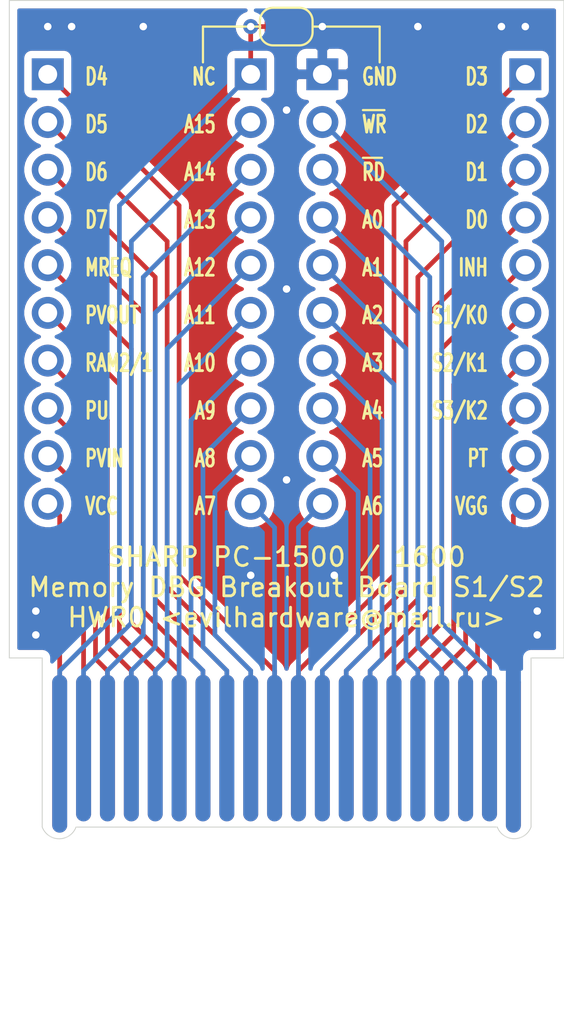
<source format=kicad_pcb>
(kicad_pcb (version 20171130) (host pcbnew "(5.1.5)-3")

  (general
    (thickness 1.6)
    (drawings 65)
    (tracks 204)
    (zones 0)
    (modules 5)
    (nets 3)
  )

  (page A4)
  (layers
    (0 F.Cu signal)
    (31 B.Cu signal)
    (32 B.Adhes user)
    (33 F.Adhes user)
    (34 B.Paste user)
    (35 F.Paste user)
    (36 B.SilkS user)
    (37 F.SilkS user)
    (38 B.Mask user hide)
    (39 F.Mask user hide)
    (40 Dwgs.User user)
    (41 Cmts.User user)
    (42 Eco1.User user)
    (43 Eco2.User user)
    (44 Edge.Cuts user)
    (45 Margin user)
    (46 B.CrtYd user)
    (47 F.CrtYd user)
    (48 B.Fab user)
    (49 F.Fab user hide)
  )

  (setup
    (last_trace_width 0.25)
    (user_trace_width 0.5)
    (user_trace_width 0.8)
    (trace_clearance 0.2)
    (zone_clearance 0.508)
    (zone_45_only no)
    (trace_min 0.2)
    (via_size 0.8)
    (via_drill 0.4)
    (via_min_size 0.4)
    (via_min_drill 0.3)
    (uvia_size 0.3)
    (uvia_drill 0.1)
    (uvias_allowed no)
    (uvia_min_size 0.2)
    (uvia_min_drill 0.1)
    (edge_width 0.05)
    (segment_width 0.2)
    (pcb_text_width 0.3)
    (pcb_text_size 1.5 1.5)
    (mod_edge_width 0.12)
    (mod_text_size 1 1)
    (mod_text_width 0.15)
    (pad_size 1.7 1.7)
    (pad_drill 1)
    (pad_to_mask_clearance 0.051)
    (solder_mask_min_width 0.25)
    (aux_axis_origin 0 0)
    (visible_elements 7FFFFFFF)
    (pcbplotparams
      (layerselection 0x010fc_ffffffff)
      (usegerberextensions false)
      (usegerberattributes false)
      (usegerberadvancedattributes false)
      (creategerberjobfile false)
      (excludeedgelayer true)
      (linewidth 0.100000)
      (plotframeref false)
      (viasonmask false)
      (mode 1)
      (useauxorigin false)
      (hpglpennumber 1)
      (hpglpenspeed 20)
      (hpglpendiameter 15.000000)
      (psnegative false)
      (psa4output false)
      (plotreference true)
      (plotvalue true)
      (plotinvisibletext false)
      (padsonsilk false)
      (subtractmaskfromsilk false)
      (outputformat 1)
      (mirror false)
      (drillshape 0)
      (scaleselection 1)
      (outputdirectory "New folder/"))
  )

  (net 0 "")
  (net 1 "Net-(JP1-Pad2)")
  (net 2 GND)

  (net_class Default "This is the default net class."
    (clearance 0.2)
    (trace_width 0.25)
    (via_dia 0.8)
    (via_drill 0.4)
    (uvia_dia 0.3)
    (uvia_drill 0.1)
    (add_net GND)
    (add_net "Net-(JP1-Pad2)")
  )

  (module Jumper:SolderJumper-2_P1.3mm_Open_RoundedPad1.0x1.5mm (layer F.Cu) (tedit 5B391E66) (tstamp 5CC162EA)
    (at 147.94 64.135 180)
    (descr "SMD Solder Jumper, 1x1.5mm, rounded Pads, 0.3mm gap, open")
    (tags "solder jumper open")
    (path /5CC1155A)
    (attr virtual)
    (fp_text reference JP1 (at 0 -1.8 180) (layer F.SilkS) hide
      (effects (font (size 1 1) (thickness 0.15)))
    )
    (fp_text value SolderJumper_2_Open (at 0 1.9 180) (layer F.Fab)
      (effects (font (size 1 1) (thickness 0.15)))
    )
    (fp_line (start 1.65 1.25) (end -1.65 1.25) (layer F.CrtYd) (width 0.05))
    (fp_line (start 1.65 1.25) (end 1.65 -1.25) (layer F.CrtYd) (width 0.05))
    (fp_line (start -1.65 -1.25) (end -1.65 1.25) (layer F.CrtYd) (width 0.05))
    (fp_line (start -1.65 -1.25) (end 1.65 -1.25) (layer F.CrtYd) (width 0.05))
    (fp_line (start -0.7 -1) (end 0.7 -1) (layer F.SilkS) (width 0.12))
    (fp_line (start 1.4 -0.3) (end 1.4 0.3) (layer F.SilkS) (width 0.12))
    (fp_line (start 0.7 1) (end -0.7 1) (layer F.SilkS) (width 0.12))
    (fp_line (start -1.4 0.3) (end -1.4 -0.3) (layer F.SilkS) (width 0.12))
    (fp_arc (start -0.7 -0.3) (end -0.7 -1) (angle -90) (layer F.SilkS) (width 0.12))
    (fp_arc (start -0.7 0.3) (end -1.4 0.3) (angle -90) (layer F.SilkS) (width 0.12))
    (fp_arc (start 0.7 0.3) (end 0.7 1) (angle -90) (layer F.SilkS) (width 0.12))
    (fp_arc (start 0.7 -0.3) (end 1.4 -0.3) (angle -90) (layer F.SilkS) (width 0.12))
    (pad 2 smd custom (at 0.65 0 180) (size 1 0.5) (layers F.Cu F.Mask)
      (net 1 "Net-(JP1-Pad2)") (zone_connect 2)
      (options (clearance outline) (anchor rect))
      (primitives
        (gr_circle (center 0 0.25) (end 0.5 0.25) (width 0))
        (gr_circle (center 0 -0.25) (end 0.5 -0.25) (width 0))
        (gr_poly (pts
           (xy 0 -0.75) (xy -0.5 -0.75) (xy -0.5 0.75) (xy 0 0.75)) (width 0))
      ))
    (pad 1 smd custom (at -0.65 0 180) (size 1 0.5) (layers F.Cu F.Mask)
      (net 2 GND) (zone_connect 2)
      (options (clearance outline) (anchor rect))
      (primitives
        (gr_circle (center 0 0.25) (end 0.5 0.25) (width 0))
        (gr_circle (center 0 -0.25) (end 0.5 -0.25) (width 0))
        (gr_poly (pts
           (xy 0 -0.75) (xy 0.5 -0.75) (xy 0.5 0.75) (xy 0 0.75)) (width 0))
      ))
  )

  (module Connector_PinHeader_2.54mm:PinHeader_1x10_P2.54mm_Vertical_noslk (layer F.Cu) (tedit 5CC10F68) (tstamp 5CC1575B)
    (at 149.86 66.675)
    (descr "Through hole straight pin header, 1x10, 2.54mm pitch, single row")
    (tags "Through hole pin header THT 1x10 2.54mm single row")
    (fp_text reference REF** (at 0 -2.33) (layer F.SilkS) hide
      (effects (font (size 1 1) (thickness 0.15)))
    )
    (fp_text value PinHeader_1x10_P2.54mm_Vertical_noslk (at 0 25.19) (layer F.Fab)
      (effects (font (size 1 1) (thickness 0.15)))
    )
    (fp_line (start -0.635 -1.27) (end 1.27 -1.27) (layer F.Fab) (width 0.1))
    (fp_line (start 1.27 -1.27) (end 1.27 24.13) (layer F.Fab) (width 0.1))
    (fp_line (start 1.27 24.13) (end -1.27 24.13) (layer F.Fab) (width 0.1))
    (fp_line (start -1.27 24.13) (end -1.27 -0.635) (layer F.Fab) (width 0.1))
    (fp_line (start -1.27 -0.635) (end -0.635 -1.27) (layer F.Fab) (width 0.1))
    (fp_line (start -1.8 -1.8) (end -1.8 24.65) (layer F.CrtYd) (width 0.05))
    (fp_line (start -1.8 24.65) (end 1.8 24.65) (layer F.CrtYd) (width 0.05))
    (fp_line (start 1.8 24.65) (end 1.8 -1.8) (layer F.CrtYd) (width 0.05))
    (fp_line (start 1.8 -1.8) (end -1.8 -1.8) (layer F.CrtYd) (width 0.05))
    (fp_text user %R (at 0 11.43 90) (layer F.Fab)
      (effects (font (size 1 1) (thickness 0.15)))
    )
    (pad 1 thru_hole rect (at 0 0) (size 1.7 1.7) (drill 1) (layers *.Cu *.Mask)
      (net 2 GND))
    (pad 2 thru_hole oval (at 0 2.54) (size 1.7 1.7) (drill 1) (layers *.Cu *.Mask))
    (pad 3 thru_hole oval (at 0 5.08) (size 1.7 1.7) (drill 1) (layers *.Cu *.Mask))
    (pad 4 thru_hole oval (at 0 7.62) (size 1.7 1.7) (drill 1) (layers *.Cu *.Mask))
    (pad 5 thru_hole oval (at 0 10.16) (size 1.7 1.7) (drill 1) (layers *.Cu *.Mask))
    (pad 6 thru_hole oval (at 0 12.7) (size 1.7 1.7) (drill 1) (layers *.Cu *.Mask))
    (pad 7 thru_hole oval (at 0 15.24) (size 1.7 1.7) (drill 1) (layers *.Cu *.Mask))
    (pad 8 thru_hole oval (at 0 17.78) (size 1.7 1.7) (drill 1) (layers *.Cu *.Mask))
    (pad 9 thru_hole oval (at 0 20.32) (size 1.7 1.7) (drill 1) (layers *.Cu *.Mask))
    (pad 10 thru_hole oval (at 0 22.86) (size 1.7 1.7) (drill 1) (layers *.Cu *.Mask))
    (model ${KISYS3DMOD}/Connector_PinHeader_2.54mm.3dshapes/PinHeader_1x10_P2.54mm_Vertical.wrl
      (at (xyz 0 0 0))
      (scale (xyz 1 1 1))
      (rotate (xyz 0 0 0))
    )
  )

  (module Connector_PinHeader_2.54mm:PinHeader_1x10_P2.54mm_Vertical_noslk (layer F.Cu) (tedit 5CC10F70) (tstamp 5CC156C9)
    (at 146.05 66.675)
    (descr "Through hole straight pin header, 1x10, 2.54mm pitch, single row")
    (tags "Through hole pin header THT 1x10 2.54mm single row")
    (fp_text reference REF** (at 0 -2.33) (layer F.SilkS) hide
      (effects (font (size 1 1) (thickness 0.15)))
    )
    (fp_text value PinHeader_1x10_P2.54mm_Vertical_noslk (at 0 25.19) (layer F.Fab)
      (effects (font (size 1 1) (thickness 0.15)))
    )
    (fp_line (start -0.635 -1.27) (end 1.27 -1.27) (layer F.Fab) (width 0.1))
    (fp_line (start 1.27 -1.27) (end 1.27 24.13) (layer F.Fab) (width 0.1))
    (fp_line (start 1.27 24.13) (end -1.27 24.13) (layer F.Fab) (width 0.1))
    (fp_line (start -1.27 24.13) (end -1.27 -0.635) (layer F.Fab) (width 0.1))
    (fp_line (start -1.27 -0.635) (end -0.635 -1.27) (layer F.Fab) (width 0.1))
    (fp_line (start -1.8 -1.8) (end -1.8 24.65) (layer F.CrtYd) (width 0.05))
    (fp_line (start -1.8 24.65) (end 1.8 24.65) (layer F.CrtYd) (width 0.05))
    (fp_line (start 1.8 24.65) (end 1.8 -1.8) (layer F.CrtYd) (width 0.05))
    (fp_line (start 1.8 -1.8) (end -1.8 -1.8) (layer F.CrtYd) (width 0.05))
    (fp_text user %R (at 0 11.43 90) (layer F.Fab)
      (effects (font (size 1 1) (thickness 0.15)))
    )
    (pad 1 thru_hole rect (at 0 0) (size 1.7 1.7) (drill 1) (layers *.Cu *.Mask)
      (net 1 "Net-(JP1-Pad2)"))
    (pad 2 thru_hole oval (at 0 2.54) (size 1.7 1.7) (drill 1) (layers *.Cu *.Mask))
    (pad 3 thru_hole oval (at 0 5.08) (size 1.7 1.7) (drill 1) (layers *.Cu *.Mask))
    (pad 4 thru_hole oval (at 0 7.62) (size 1.7 1.7) (drill 1) (layers *.Cu *.Mask))
    (pad 5 thru_hole oval (at 0 10.16) (size 1.7 1.7) (drill 1) (layers *.Cu *.Mask))
    (pad 6 thru_hole oval (at 0 12.7) (size 1.7 1.7) (drill 1) (layers *.Cu *.Mask))
    (pad 7 thru_hole oval (at 0 15.24) (size 1.7 1.7) (drill 1) (layers *.Cu *.Mask))
    (pad 8 thru_hole oval (at 0 17.78) (size 1.7 1.7) (drill 1) (layers *.Cu *.Mask))
    (pad 9 thru_hole oval (at 0 20.32) (size 1.7 1.7) (drill 1) (layers *.Cu *.Mask))
    (pad 10 thru_hole oval (at 0 22.86) (size 1.7 1.7) (drill 1) (layers *.Cu *.Mask))
    (model ${KISYS3DMOD}/Connector_PinHeader_2.54mm.3dshapes/PinHeader_1x10_P2.54mm_Vertical.wrl
      (at (xyz 0 0 0))
      (scale (xyz 1 1 1))
      (rotate (xyz 0 0 0))
    )
  )

  (module Connector_PinHeader_2.54mm:PinHeader_1x10_P2.54mm_Vertical_noslk (layer F.Cu) (tedit 5CC108F2) (tstamp 5CC15635)
    (at 135.255 66.675)
    (descr "Through hole straight pin header, 1x10, 2.54mm pitch, single row")
    (tags "Through hole pin header THT 1x10 2.54mm single row")
    (fp_text reference REF** (at 0 -2.33) (layer F.SilkS) hide
      (effects (font (size 1 1) (thickness 0.15)))
    )
    (fp_text value PinHeader_1x10_P2.54mm_Vertical_noslk (at 0 25.19) (layer F.Fab)
      (effects (font (size 1 1) (thickness 0.15)))
    )
    (fp_line (start -0.635 -1.27) (end 1.27 -1.27) (layer F.Fab) (width 0.1))
    (fp_line (start 1.27 -1.27) (end 1.27 24.13) (layer F.Fab) (width 0.1))
    (fp_line (start 1.27 24.13) (end -1.27 24.13) (layer F.Fab) (width 0.1))
    (fp_line (start -1.27 24.13) (end -1.27 -0.635) (layer F.Fab) (width 0.1))
    (fp_line (start -1.27 -0.635) (end -0.635 -1.27) (layer F.Fab) (width 0.1))
    (fp_line (start -1.8 -1.8) (end -1.8 24.65) (layer F.CrtYd) (width 0.05))
    (fp_line (start -1.8 24.65) (end 1.8 24.65) (layer F.CrtYd) (width 0.05))
    (fp_line (start 1.8 24.65) (end 1.8 -1.8) (layer F.CrtYd) (width 0.05))
    (fp_line (start 1.8 -1.8) (end -1.8 -1.8) (layer F.CrtYd) (width 0.05))
    (fp_text user %R (at 0 11.43 90) (layer F.Fab)
      (effects (font (size 1 1) (thickness 0.15)))
    )
    (pad 1 thru_hole rect (at 0 0) (size 1.7 1.7) (drill 1) (layers *.Cu *.Mask))
    (pad 2 thru_hole oval (at 0 2.54) (size 1.7 1.7) (drill 1) (layers *.Cu *.Mask))
    (pad 3 thru_hole oval (at 0 5.08) (size 1.7 1.7) (drill 1) (layers *.Cu *.Mask))
    (pad 4 thru_hole oval (at 0 7.62) (size 1.7 1.7) (drill 1) (layers *.Cu *.Mask))
    (pad 5 thru_hole oval (at 0 10.16) (size 1.7 1.7) (drill 1) (layers *.Cu *.Mask))
    (pad 6 thru_hole oval (at 0 12.7) (size 1.7 1.7) (drill 1) (layers *.Cu *.Mask))
    (pad 7 thru_hole oval (at 0 15.24) (size 1.7 1.7) (drill 1) (layers *.Cu *.Mask))
    (pad 8 thru_hole oval (at 0 17.78) (size 1.7 1.7) (drill 1) (layers *.Cu *.Mask))
    (pad 9 thru_hole oval (at 0 20.32) (size 1.7 1.7) (drill 1) (layers *.Cu *.Mask))
    (pad 10 thru_hole oval (at 0 22.86) (size 1.7 1.7) (drill 1) (layers *.Cu *.Mask))
    (model ${KISYS3DMOD}/Connector_PinHeader_2.54mm.3dshapes/PinHeader_1x10_P2.54mm_Vertical.wrl
      (at (xyz 0 0 0))
      (scale (xyz 1 1 1))
      (rotate (xyz 0 0 0))
    )
  )

  (module Connector_PinHeader_2.54mm:PinHeader_1x10_P2.54mm_Vertical_noslk (layer F.Cu) (tedit 5CC108F2) (tstamp 5CC155A3)
    (at 160.655 66.675)
    (descr "Through hole straight pin header, 1x10, 2.54mm pitch, single row")
    (tags "Through hole pin header THT 1x10 2.54mm single row")
    (fp_text reference REF** (at 0 -2.33) (layer F.SilkS) hide
      (effects (font (size 1 1) (thickness 0.15)))
    )
    (fp_text value PinHeader_1x10_P2.54mm_Vertical_noslk (at 0 25.19) (layer F.Fab) hide
      (effects (font (size 1 1) (thickness 0.15)))
    )
    (fp_line (start -0.635 -1.27) (end 1.27 -1.27) (layer F.Fab) (width 0.1))
    (fp_line (start 1.27 -1.27) (end 1.27 24.13) (layer F.Fab) (width 0.1))
    (fp_line (start 1.27 24.13) (end -1.27 24.13) (layer F.Fab) (width 0.1))
    (fp_line (start -1.27 24.13) (end -1.27 -0.635) (layer F.Fab) (width 0.1))
    (fp_line (start -1.27 -0.635) (end -0.635 -1.27) (layer F.Fab) (width 0.1))
    (fp_line (start -1.8 -1.8) (end -1.8 24.65) (layer F.CrtYd) (width 0.05))
    (fp_line (start -1.8 24.65) (end 1.8 24.65) (layer F.CrtYd) (width 0.05))
    (fp_line (start 1.8 24.65) (end 1.8 -1.8) (layer F.CrtYd) (width 0.05))
    (fp_line (start 1.8 -1.8) (end -1.8 -1.8) (layer F.CrtYd) (width 0.05))
    (fp_text user %R (at 0 11.43 90) (layer F.Fab) hide
      (effects (font (size 1 1) (thickness 0.15)))
    )
    (pad 1 thru_hole rect (at 0 0) (size 1.7 1.7) (drill 1) (layers *.Cu *.Mask))
    (pad 2 thru_hole oval (at 0 2.54) (size 1.7 1.7) (drill 1) (layers *.Cu *.Mask))
    (pad 3 thru_hole oval (at 0 5.08) (size 1.7 1.7) (drill 1) (layers *.Cu *.Mask))
    (pad 4 thru_hole oval (at 0 7.62) (size 1.7 1.7) (drill 1) (layers *.Cu *.Mask))
    (pad 5 thru_hole oval (at 0 10.16) (size 1.7 1.7) (drill 1) (layers *.Cu *.Mask))
    (pad 6 thru_hole oval (at 0 12.7) (size 1.7 1.7) (drill 1) (layers *.Cu *.Mask))
    (pad 7 thru_hole oval (at 0 15.24) (size 1.7 1.7) (drill 1) (layers *.Cu *.Mask))
    (pad 8 thru_hole oval (at 0 17.78) (size 1.7 1.7) (drill 1) (layers *.Cu *.Mask))
    (pad 9 thru_hole oval (at 0 20.32) (size 1.7 1.7) (drill 1) (layers *.Cu *.Mask))
    (pad 10 thru_hole oval (at 0 22.86) (size 1.7 1.7) (drill 1) (layers *.Cu *.Mask))
    (model ${KISYS3DMOD}/Connector_PinHeader_2.54mm.3dshapes/PinHeader_1x10_P2.54mm_Vertical.wrl
      (at (xyz 0 0 0))
      (scale (xyz 1 1 1))
      (rotate (xyz 0 0 0))
    )
  )

  (gr_line (start 152.908 64.135) (end 152.908 66.04) (layer F.SilkS) (width 0.12))
  (gr_line (start 149.352 64.135) (end 152.908 64.135) (layer F.SilkS) (width 0.12))
  (gr_line (start 143.51 64.135) (end 143.51 66.04) (layer F.SilkS) (width 0.12))
  (gr_line (start 143.637 64.135) (end 143.51 64.135) (layer F.SilkS) (width 0.12))
  (gr_line (start 146.558 64.135) (end 143.637 64.135) (layer F.SilkS) (width 0.12))
  (gr_line (start 152.019 68.58) (end 153.162 68.58) (layer F.SilkS) (width 0.12))
  (gr_line (start 152.019 71.12) (end 153.035 71.12) (layer F.SilkS) (width 0.12))
  (gr_text "SHARP PC-1500 / 1600\nMemory DBG Breakout Board S1/S2\nHWR0 <evilhardware@mail.ru>" (at 147.955 93.98) (layer F.SilkS)
    (effects (font (size 1 1) (thickness 0.15)))
  )
  (gr_poly (pts (xy 129.54 100.076) (xy 165.1 100.076) (xy 165.1 109.22) (xy 129.54 109.22)) (layer B.Mask) (width 0.1))
  (gr_poly (pts (xy 165.1 109.22) (xy 165.1 100.076) (xy 129.54 100.076) (xy 129.54 109.22)) (layer F.Mask) (width 0.1))
  (gr_text VGG (at 158.75 89.662) (layer F.SilkS)
    (effects (font (size 0.9 0.6) (thickness 0.15)) (justify right))
  )
  (gr_text PT (at 158.75 87.122) (layer F.SilkS)
    (effects (font (size 0.9 0.6) (thickness 0.15)) (justify right))
  )
  (gr_text S3/K2 (at 158.75 84.582) (layer F.SilkS)
    (effects (font (size 0.9 0.6) (thickness 0.15)) (justify right))
  )
  (gr_text S2/K1 (at 158.75 82.042) (layer F.SilkS)
    (effects (font (size 0.9 0.6) (thickness 0.15)) (justify right))
  )
  (gr_text S1/K0 (at 158.75 79.502) (layer F.SilkS)
    (effects (font (size 0.9 0.6) (thickness 0.15)) (justify right))
  )
  (gr_text INH (at 158.75 76.962) (layer F.SilkS)
    (effects (font (size 0.9 0.6) (thickness 0.15)) (justify right))
  )
  (gr_text D0 (at 158.75 74.422) (layer F.SilkS)
    (effects (font (size 0.9 0.6) (thickness 0.15)) (justify right))
  )
  (gr_text D1 (at 158.75 71.882) (layer F.SilkS)
    (effects (font (size 0.9 0.6) (thickness 0.15)) (justify right))
  )
  (gr_text D2 (at 158.75 69.342) (layer F.SilkS)
    (effects (font (size 0.9 0.6) (thickness 0.15)) (justify right))
  )
  (gr_text D3 (at 158.75 66.802) (layer F.SilkS)
    (effects (font (size 0.9 0.6) (thickness 0.15)) (justify right))
  )
  (gr_text GND (at 151.892 66.802) (layer F.SilkS)
    (effects (font (size 0.9 0.6) (thickness 0.15)) (justify left))
  )
  (gr_text WR (at 151.892 69.342) (layer F.SilkS)
    (effects (font (size 0.9 0.6) (thickness 0.15)) (justify left))
  )
  (gr_text RD (at 151.892 71.882) (layer F.SilkS)
    (effects (font (size 0.9 0.6) (thickness 0.15)) (justify left))
  )
  (gr_text A0 (at 151.892 74.422) (layer F.SilkS)
    (effects (font (size 0.9 0.6) (thickness 0.15)) (justify left))
  )
  (gr_text A1 (at 151.892 76.962) (layer F.SilkS)
    (effects (font (size 0.9 0.6) (thickness 0.15)) (justify left))
  )
  (gr_text A2 (at 151.892 79.502) (layer F.SilkS)
    (effects (font (size 0.9 0.6) (thickness 0.15)) (justify left))
  )
  (gr_text A3 (at 151.892 82.042) (layer F.SilkS)
    (effects (font (size 0.9 0.6) (thickness 0.15)) (justify left))
  )
  (gr_text A4 (at 151.892 84.582) (layer F.SilkS)
    (effects (font (size 0.9 0.6) (thickness 0.15)) (justify left))
  )
  (gr_text A5 (at 151.892 87.122) (layer F.SilkS)
    (effects (font (size 0.9 0.6) (thickness 0.15)) (justify left))
  )
  (gr_text A6 (at 151.892 89.662) (layer F.SilkS)
    (effects (font (size 0.9 0.6) (thickness 0.15)) (justify left))
  )
  (gr_text "A7\n" (at 144.272 89.662) (layer F.SilkS)
    (effects (font (size 0.9 0.6) (thickness 0.15)) (justify right))
  )
  (gr_text "A8\n" (at 144.272 87.122) (layer F.SilkS)
    (effects (font (size 0.9 0.6) (thickness 0.15)) (justify right))
  )
  (gr_text A9 (at 144.272 84.582) (layer F.SilkS)
    (effects (font (size 0.9 0.6) (thickness 0.15)) (justify right))
  )
  (gr_text "A10\n" (at 144.272 82.042) (layer F.SilkS)
    (effects (font (size 0.9 0.6) (thickness 0.15)) (justify right))
  )
  (gr_text A11 (at 144.272 79.502) (layer F.SilkS)
    (effects (font (size 0.9 0.6) (thickness 0.15)) (justify right))
  )
  (gr_text A12 (at 144.272 76.962) (layer F.SilkS)
    (effects (font (size 0.9 0.6) (thickness 0.15)) (justify right))
  )
  (gr_text A13 (at 144.272 74.422) (layer F.SilkS)
    (effects (font (size 0.9 0.6) (thickness 0.15)) (justify right))
  )
  (gr_text A14 (at 144.272 71.882) (layer F.SilkS)
    (effects (font (size 0.9 0.6) (thickness 0.15)) (justify right))
  )
  (gr_text A15 (at 144.272 69.342) (layer F.SilkS)
    (effects (font (size 0.9 0.6) (thickness 0.15)) (justify right))
  )
  (gr_text NC (at 144.272 66.802) (layer F.SilkS)
    (effects (font (size 0.9 0.6) (thickness 0.15)) (justify right))
  )
  (gr_text "D4\n" (at 137.16 66.802) (layer F.SilkS)
    (effects (font (size 0.9 0.6) (thickness 0.15)) (justify left))
  )
  (gr_text "D5\n" (at 137.16 69.342) (layer F.SilkS)
    (effects (font (size 0.9 0.6) (thickness 0.15)) (justify left))
  )
  (gr_text D6 (at 137.16 71.882) (layer F.SilkS)
    (effects (font (size 0.9 0.6) (thickness 0.15)) (justify left))
  )
  (gr_text "D7\n" (at 137.16 74.422) (layer F.SilkS)
    (effects (font (size 0.9 0.6) (thickness 0.15)) (justify left))
  )
  (gr_text "MREQ\n" (at 137.16 76.962) (layer F.SilkS)
    (effects (font (size 0.9 0.6) (thickness 0.15)) (justify left))
  )
  (gr_text "PVOUT\n" (at 137.16 79.502) (layer F.SilkS)
    (effects (font (size 0.9 0.6) (thickness 0.15)) (justify left))
  )
  (gr_text "RAM2/1\n" (at 137.16 82.042) (layer F.SilkS)
    (effects (font (size 0.9 0.6) (thickness 0.15)) (justify left))
  )
  (gr_text "PU\n" (at 137.16 84.582) (layer F.SilkS)
    (effects (font (size 0.9 0.6) (thickness 0.15)) (justify left))
  )
  (gr_text "PVIN\n" (at 137.16 87.122) (layer F.SilkS)
    (effects (font (size 0.9 0.6) (thickness 0.15)) (justify left))
  )
  (gr_text VCC (at 137.16 89.662) (layer F.SilkS)
    (effects (font (size 0.9 0.6) (thickness 0.15)) (justify left))
  )
  (gr_text "40(Back)" (at 160.02 113.665 -90) (layer Dwgs.User)
    (effects (font (size 1 1) (thickness 0.15)))
  )
  (gr_text "21(Back)" (at 135.89 113.665 -90) (layer Dwgs.User)
    (effects (font (size 1 1) (thickness 0.15)))
  )
  (gr_text "20\n" (at 160.02 108.585 -90) (layer Dwgs.User)
    (effects (font (size 1 1) (thickness 0.15)))
  )
  (gr_text "10\n" (at 147.32 108.585 -90) (layer Dwgs.User)
    (effects (font (size 1 1) (thickness 0.15)))
  )
  (gr_text 1 (at 135.89 108.585 -90) (layer Dwgs.User)
    (effects (font (size 1 1) (thickness 0.15)))
  )
  (gr_line (start 133.21 62.745) (end 133.21 97.745) (layer Edge.Cuts) (width 0.05) (tstamp 5CC0FD00))
  (gr_line (start 162.71 62.745) (end 162.71 97.745) (layer Edge.Cuts) (width 0.05) (tstamp 5CC0FCEC))
  (gr_line (start 160.96 97.745) (end 162.71 97.745) (layer Edge.Cuts) (width 0.05))
  (gr_line (start 134.96 97.745) (end 133.21 97.745) (layer Edge.Cuts) (width 0.05))
  (gr_arc (start 135.859999 106.411895) (end 134.96 106.745) (angle -139.1335111) (layer Edge.Cuts) (width 0.05) (tstamp 5CC0F440))
  (gr_arc (start 160.061438 106.408038) (end 159.161439 106.741143) (angle -139.1335111) (layer Edge.Cuts) (width 0.05))
  (gr_line (start 162.71 62.745) (end 133.21 62.745) (layer Edge.Cuts) (width 0.05) (tstamp 5CC0F2C2))
  (gr_line (start 134.96 106.745) (end 134.96 97.745) (layer Edge.Cuts) (width 0.05))
  (gr_line (start 159.161439 106.745) (end 136.758561 106.748857) (layer Edge.Cuts) (width 0.05))
  (gr_line (start 160.96 106.745) (end 160.96 97.745) (layer Edge.Cuts) (width 0.05))

  (segment (start 160.02 106.645) (end 160.02 99.045) (width 0.8) (layer F.Cu) (net 0))
  (segment (start 158.75 106.045) (end 158.75 99.045) (width 0.8) (layer F.Cu) (net 0))
  (segment (start 157.48 106.045) (end 157.48 99.045) (width 0.8) (layer F.Cu) (net 0))
  (segment (start 156.21 106.045) (end 156.21 99.045) (width 0.8) (layer F.Cu) (net 0))
  (segment (start 154.94 106.045) (end 154.94 99.045) (width 0.8) (layer F.Cu) (net 0))
  (segment (start 153.67 106.045) (end 153.67 99.045) (width 0.8) (layer F.Cu) (net 0))
  (segment (start 152.4 106.045) (end 152.4 99.045) (width 0.8) (layer F.Cu) (net 0))
  (segment (start 151.13 106.045) (end 151.13 99.045) (width 0.8) (layer F.Cu) (net 0))
  (segment (start 149.86 106.045) (end 149.86 99.045) (width 0.8) (layer F.Cu) (net 0))
  (segment (start 148.59 106.045) (end 148.59 99.045) (width 0.8) (layer F.Cu) (net 0))
  (segment (start 147.32 106.045) (end 147.32 99.045) (width 0.8) (layer F.Cu) (net 0))
  (segment (start 146.05 106.045) (end 146.05 99.045) (width 0.8) (layer F.Cu) (net 0))
  (segment (start 144.78 106.045) (end 144.78 99.045) (width 0.8) (layer F.Cu) (net 0))
  (segment (start 143.51 106.045) (end 143.51 99.045) (width 0.8) (layer F.Cu) (net 0))
  (segment (start 142.24 106.045) (end 142.24 99.045) (width 0.8) (layer F.Cu) (net 0))
  (segment (start 140.97 106.045) (end 140.97 99.045) (width 0.8) (layer F.Cu) (net 0))
  (segment (start 139.7 106.045) (end 139.7 99.045) (width 0.8) (layer F.Cu) (net 0))
  (segment (start 138.43 106.045) (end 138.43 99.045) (width 0.8) (layer F.Cu) (net 0))
  (segment (start 137.16 106.045) (end 137.16 99.045) (width 0.8) (layer F.Cu) (net 0))
  (segment (start 135.89 106.645) (end 135.89 99.045) (width 0.8) (layer F.Cu) (net 0))
  (segment (start 158.75 99.045) (end 158.75 106.045) (width 0.8) (layer B.Cu) (net 0))
  (segment (start 157.48 99.045) (end 157.48 106.045) (width 0.8) (layer B.Cu) (net 0))
  (segment (start 156.21 99.045) (end 156.21 106.045) (width 0.8) (layer B.Cu) (net 0))
  (segment (start 154.94 99.045) (end 154.94 106.045) (width 0.8) (layer B.Cu) (net 0))
  (segment (start 153.67 99.045) (end 153.67 106.045) (width 0.8) (layer B.Cu) (net 0))
  (segment (start 152.4 99.045) (end 152.4 106.045) (width 0.8) (layer B.Cu) (net 0))
  (segment (start 151.13 99.045) (end 151.13 106.045) (width 0.8) (layer B.Cu) (net 0))
  (segment (start 149.86 99.045) (end 149.86 106.045) (width 0.8) (layer B.Cu) (net 0))
  (segment (start 148.59 99.045) (end 148.59 106.045) (width 0.8) (layer B.Cu) (net 0))
  (segment (start 147.32 99.045) (end 147.32 106.045) (width 0.8) (layer B.Cu) (net 0))
  (segment (start 146.05 99.045) (end 146.05 106.045) (width 0.8) (layer B.Cu) (net 0))
  (segment (start 144.78 99.045) (end 144.78 106.045) (width 0.8) (layer B.Cu) (net 0))
  (segment (start 143.51 99.045) (end 143.51 106.045) (width 0.8) (layer B.Cu) (net 0))
  (segment (start 142.24 99.045) (end 142.24 106.045) (width 0.8) (layer B.Cu) (net 0))
  (segment (start 140.97 99.045) (end 140.97 106.045) (width 0.8) (layer B.Cu) (net 0))
  (segment (start 139.7 99.045) (end 139.7 106.045) (width 0.8) (layer B.Cu) (net 0))
  (segment (start 138.43 99.045) (end 138.43 106.045) (width 0.8) (layer B.Cu) (net 0))
  (segment (start 137.16 99.045) (end 137.16 106.045) (width 0.8) (layer B.Cu) (net 0))
  (segment (start 160.02 99.045) (end 160.02 90.17) (width 0.25) (layer F.Cu) (net 0))
  (segment (start 160.02 90.17) (end 160.655 89.535) (width 0.25) (layer F.Cu) (net 0))
  (segment (start 135.89 99.045) (end 135.89 90.17) (width 0.25) (layer F.Cu) (net 0))
  (segment (start 135.89 90.17) (end 135.255 89.535) (width 0.25) (layer F.Cu) (net 0))
  (segment (start 137.16 99.045) (end 137.16 88.9) (width 0.25) (layer F.Cu) (net 0))
  (segment (start 137.16 88.9) (end 135.255 86.995) (width 0.25) (layer F.Cu) (net 0))
  (segment (start 138.43 99.045) (end 138.43 98.425) (width 0.25) (layer F.Cu) (net 0))
  (segment (start 138.43 98.425) (end 137.795 97.79) (width 0.25) (layer F.Cu) (net 0))
  (segment (start 137.795 86.995) (end 135.255 84.455) (width 0.25) (layer F.Cu) (net 0))
  (segment (start 137.795 97.79) (end 137.795 86.995) (width 0.25) (layer F.Cu) (net 0))
  (segment (start 139.7 99.045) (end 139.7 98.425) (width 0.25) (layer F.Cu) (net 0))
  (segment (start 139.7 98.425) (end 138.43 97.155) (width 0.25) (layer F.Cu) (net 0))
  (segment (start 138.43 97.155) (end 138.43 85.09) (width 0.25) (layer F.Cu) (net 0))
  (segment (start 138.43 85.09) (end 135.255 81.915) (width 0.25) (layer F.Cu) (net 0))
  (segment (start 140.97 99.045) (end 140.97 98.425) (width 0.25) (layer F.Cu) (net 0))
  (segment (start 140.97 98.425) (end 139.065 96.52) (width 0.25) (layer F.Cu) (net 0))
  (segment (start 139.065 96.52) (end 139.065 83.185) (width 0.25) (layer F.Cu) (net 0))
  (segment (start 139.065 83.185) (end 135.255 79.375) (width 0.25) (layer F.Cu) (net 0))
  (segment (start 142.24 99.045) (end 142.24 98.425) (width 0.25) (layer F.Cu) (net 0))
  (segment (start 142.24 98.425) (end 139.7 95.885) (width 0.25) (layer F.Cu) (net 0))
  (segment (start 139.7 95.885) (end 139.7 81.28) (width 0.25) (layer F.Cu) (net 0))
  (segment (start 139.7 81.28) (end 135.255 76.835) (width 0.25) (layer F.Cu) (net 0))
  (segment (start 143.51 99.045) (end 143.51 98.425) (width 0.25) (layer F.Cu) (net 0))
  (segment (start 143.51 98.425) (end 140.335 95.25) (width 0.25) (layer F.Cu) (net 0))
  (segment (start 140.335 95.25) (end 140.335 79.375) (width 0.25) (layer F.Cu) (net 0))
  (segment (start 140.335 79.375) (end 135.255 74.295) (width 0.25) (layer F.Cu) (net 0))
  (segment (start 144.78 99.045) (end 144.78 98.425) (width 0.25) (layer F.Cu) (net 0))
  (segment (start 144.78 98.425) (end 140.97 94.615) (width 0.25) (layer F.Cu) (net 0))
  (segment (start 140.97 94.615) (end 140.97 77.47) (width 0.25) (layer F.Cu) (net 0))
  (segment (start 140.97 77.47) (end 135.255 71.755) (width 0.25) (layer F.Cu) (net 0))
  (segment (start 146.05 99.045) (end 146.05 98.425) (width 0.25) (layer F.Cu) (net 0))
  (segment (start 146.05 98.425) (end 141.605 93.98) (width 0.25) (layer F.Cu) (net 0))
  (segment (start 141.605 93.98) (end 141.605 75.565) (width 0.25) (layer F.Cu) (net 0))
  (segment (start 141.605 75.565) (end 135.255 69.215) (width 0.25) (layer F.Cu) (net 0))
  (segment (start 147.32 99.045) (end 147.32 98.425) (width 0.25) (layer F.Cu) (net 0))
  (segment (start 147.32 98.425) (end 142.24 93.345) (width 0.25) (layer F.Cu) (net 0))
  (segment (start 142.24 93.345) (end 142.24 73.66) (width 0.25) (layer F.Cu) (net 0))
  (segment (start 142.24 73.66) (end 135.255 66.675) (width 0.25) (layer F.Cu) (net 0))
  (segment (start 158.75 99.045) (end 158.75 88.9) (width 0.25) (layer F.Cu) (net 0))
  (segment (start 158.75 88.9) (end 160.655 86.995) (width 0.25) (layer F.Cu) (net 0))
  (segment (start 157.48 99.045) (end 157.48 98.425) (width 0.25) (layer F.Cu) (net 0))
  (segment (start 157.48 98.425) (end 158.115 97.79) (width 0.25) (layer F.Cu) (net 0))
  (segment (start 158.115 97.79) (end 158.115 86.995) (width 0.25) (layer F.Cu) (net 0))
  (segment (start 158.115 86.995) (end 160.655 84.455) (width 0.25) (layer F.Cu) (net 0))
  (segment (start 156.21 99.045) (end 156.21 98.425) (width 0.25) (layer F.Cu) (net 0))
  (segment (start 156.21 98.425) (end 157.48 97.155) (width 0.25) (layer F.Cu) (net 0))
  (segment (start 157.48 97.155) (end 157.48 85.09) (width 0.25) (layer F.Cu) (net 0))
  (segment (start 157.48 85.09) (end 160.655 81.915) (width 0.25) (layer F.Cu) (net 0))
  (segment (start 154.94 99.045) (end 154.94 98.425) (width 0.25) (layer F.Cu) (net 0))
  (segment (start 154.94 98.425) (end 156.845 96.52) (width 0.25) (layer F.Cu) (net 0))
  (segment (start 156.845 96.52) (end 156.845 83.185) (width 0.25) (layer F.Cu) (net 0))
  (segment (start 156.845 83.185) (end 160.655 79.375) (width 0.25) (layer F.Cu) (net 0))
  (segment (start 153.67 99.045) (end 153.67 98.425) (width 0.25) (layer F.Cu) (net 0))
  (segment (start 153.67 98.425) (end 156.21 95.885) (width 0.25) (layer F.Cu) (net 0))
  (segment (start 156.21 95.885) (end 156.21 81.28) (width 0.25) (layer F.Cu) (net 0))
  (segment (start 156.21 81.28) (end 160.655 76.835) (width 0.25) (layer F.Cu) (net 0))
  (segment (start 152.4 99.045) (end 152.4 98.425) (width 0.25) (layer F.Cu) (net 0))
  (segment (start 152.4 98.425) (end 155.575 95.25) (width 0.25) (layer F.Cu) (net 0))
  (segment (start 155.575 95.25) (end 155.575 79.375) (width 0.25) (layer F.Cu) (net 0))
  (segment (start 155.575 79.375) (end 160.655 74.295) (width 0.25) (layer F.Cu) (net 0))
  (segment (start 151.13 99.045) (end 151.13 98.425) (width 0.25) (layer F.Cu) (net 0))
  (segment (start 151.13 98.425) (end 154.94 94.615) (width 0.25) (layer F.Cu) (net 0))
  (segment (start 154.94 94.615) (end 154.94 77.47) (width 0.25) (layer F.Cu) (net 0))
  (segment (start 154.94 77.47) (end 160.655 71.755) (width 0.25) (layer F.Cu) (net 0))
  (segment (start 149.86 99.045) (end 149.86 98.425) (width 0.25) (layer F.Cu) (net 0))
  (segment (start 149.86 98.425) (end 154.305 93.98) (width 0.25) (layer F.Cu) (net 0))
  (segment (start 154.305 93.98) (end 154.305 75.565) (width 0.25) (layer F.Cu) (net 0))
  (segment (start 154.305 75.565) (end 160.655 69.215) (width 0.25) (layer F.Cu) (net 0))
  (segment (start 148.59 99.045) (end 148.59 98.425) (width 0.25) (layer F.Cu) (net 0))
  (segment (start 148.59 98.425) (end 153.67 93.345) (width 0.25) (layer F.Cu) (net 0))
  (segment (start 153.67 93.345) (end 153.67 73.66) (width 0.25) (layer F.Cu) (net 0))
  (segment (start 153.67 73.66) (end 160.655 66.675) (width 0.25) (layer F.Cu) (net 0))
  (segment (start 147.32 90.805) (end 146.05 89.535) (width 0.25) (layer B.Cu) (net 0))
  (segment (start 147.32 99.045) (end 147.32 90.805) (width 0.25) (layer B.Cu) (net 0))
  (segment (start 148.59 90.805) (end 149.86 89.535) (width 0.25) (layer B.Cu) (net 0))
  (segment (start 148.59 99.045) (end 148.59 90.805) (width 0.25) (layer B.Cu) (net 0))
  (segment (start 153.67 99.045) (end 153.67 83.185) (width 0.25) (layer B.Cu) (net 0))
  (segment (start 153.67 83.185) (end 149.86 79.375) (width 0.25) (layer B.Cu) (net 0))
  (segment (start 152.4 99.045) (end 152.4 98.425) (width 0.25) (layer B.Cu) (net 0))
  (segment (start 152.4 98.425) (end 153.035 97.79) (width 0.25) (layer B.Cu) (net 0))
  (segment (start 153.035 97.79) (end 153.035 85.09) (width 0.25) (layer B.Cu) (net 0))
  (segment (start 153.035 85.09) (end 149.86 81.915) (width 0.25) (layer B.Cu) (net 0))
  (segment (start 151.13 98.425) (end 151.13 99.045) (width 0.25) (layer B.Cu) (net 0))
  (segment (start 152.4 97.155) (end 151.13 98.425) (width 0.25) (layer B.Cu) (net 0))
  (segment (start 149.86 84.455) (end 152.4 86.995) (width 0.25) (layer B.Cu) (net 0))
  (segment (start 152.4 86.995) (end 152.4 97.155) (width 0.25) (layer B.Cu) (net 0))
  (segment (start 149.86 99.045) (end 149.86 98.425) (width 0.25) (layer B.Cu) (net 0))
  (segment (start 149.86 98.425) (end 151.765 96.52) (width 0.25) (layer B.Cu) (net 0))
  (segment (start 151.765 96.52) (end 151.765 88.9) (width 0.25) (layer B.Cu) (net 0))
  (segment (start 151.765 88.9) (end 149.86 86.995) (width 0.25) (layer B.Cu) (net 0))
  (segment (start 154.94 99.045) (end 154.94 98.425) (width 0.25) (layer B.Cu) (net 0))
  (segment (start 154.94 98.425) (end 154.305 97.79) (width 0.25) (layer B.Cu) (net 0))
  (segment (start 154.305 97.79) (end 154.305 81.28) (width 0.25) (layer B.Cu) (net 0))
  (segment (start 154.305 81.28) (end 149.86 76.835) (width 0.25) (layer B.Cu) (net 0))
  (segment (start 156.21 99.045) (end 156.21 98.425) (width 0.25) (layer B.Cu) (net 0))
  (segment (start 156.21 98.425) (end 154.94 97.155) (width 0.25) (layer B.Cu) (net 0))
  (segment (start 154.94 97.155) (end 154.94 79.375) (width 0.25) (layer B.Cu) (net 0))
  (segment (start 154.94 79.375) (end 149.86 74.295) (width 0.25) (layer B.Cu) (net 0))
  (segment (start 157.48 99.045) (end 157.48 98.425) (width 0.25) (layer B.Cu) (net 0))
  (segment (start 157.48 98.425) (end 155.575 96.52) (width 0.25) (layer B.Cu) (net 0))
  (segment (start 155.575 96.52) (end 155.575 77.47) (width 0.25) (layer B.Cu) (net 0))
  (segment (start 155.575 77.47) (end 149.86 71.755) (width 0.25) (layer B.Cu) (net 0))
  (segment (start 158.75 99.045) (end 158.75 98.425) (width 0.25) (layer B.Cu) (net 0))
  (segment (start 158.75 98.425) (end 156.21 95.885) (width 0.25) (layer B.Cu) (net 0))
  (segment (start 156.21 95.885) (end 156.21 75.565) (width 0.25) (layer B.Cu) (net 0))
  (segment (start 156.21 75.565) (end 149.86 69.215) (width 0.25) (layer B.Cu) (net 0))
  (segment (start 142.24 99.045) (end 142.24 83.185) (width 0.25) (layer B.Cu) (net 0))
  (segment (start 142.24 83.185) (end 146.05 79.375) (width 0.25) (layer B.Cu) (net 0))
  (segment (start 143.51 99.045) (end 143.51 98.425) (width 0.25) (layer B.Cu) (net 0))
  (segment (start 143.51 98.425) (end 142.875 97.79) (width 0.25) (layer B.Cu) (net 0))
  (segment (start 142.875 97.79) (end 142.875 85.09) (width 0.25) (layer B.Cu) (net 0))
  (segment (start 142.875 85.09) (end 146.05 81.915) (width 0.25) (layer B.Cu) (net 0))
  (segment (start 144.78 99.045) (end 144.78 98.425) (width 0.25) (layer B.Cu) (net 0))
  (segment (start 144.78 98.425) (end 143.51 97.155) (width 0.25) (layer B.Cu) (net 0))
  (segment (start 143.51 97.155) (end 143.51 86.995) (width 0.25) (layer B.Cu) (net 0))
  (segment (start 143.51 86.995) (end 146.05 84.455) (width 0.25) (layer B.Cu) (net 0))
  (segment (start 146.05 99.045) (end 146.05 98.425) (width 0.25) (layer B.Cu) (net 0))
  (segment (start 146.05 98.425) (end 144.145 96.52) (width 0.25) (layer B.Cu) (net 0))
  (segment (start 144.145 96.52) (end 144.145 88.9) (width 0.25) (layer B.Cu) (net 0))
  (segment (start 144.145 88.9) (end 146.05 86.995) (width 0.25) (layer B.Cu) (net 0))
  (segment (start 140.97 99.045) (end 140.97 98.425) (width 0.25) (layer B.Cu) (net 0))
  (segment (start 140.97 98.425) (end 141.605 97.79) (width 0.25) (layer B.Cu) (net 0))
  (segment (start 141.605 97.79) (end 141.605 81.28) (width 0.25) (layer B.Cu) (net 0))
  (segment (start 141.605 81.28) (end 146.05 76.835) (width 0.25) (layer B.Cu) (net 0))
  (segment (start 139.7 99.045) (end 139.7 98.425) (width 0.25) (layer B.Cu) (net 0))
  (segment (start 139.7 98.425) (end 140.97 97.155) (width 0.25) (layer B.Cu) (net 0))
  (segment (start 140.97 97.155) (end 140.97 79.375) (width 0.25) (layer B.Cu) (net 0))
  (segment (start 140.97 79.375) (end 146.05 74.295) (width 0.25) (layer B.Cu) (net 0))
  (segment (start 138.43 99.045) (end 138.43 98.425) (width 0.25) (layer B.Cu) (net 0))
  (segment (start 138.43 98.425) (end 140.335 96.52) (width 0.25) (layer B.Cu) (net 0))
  (segment (start 140.335 96.52) (end 140.335 77.47) (width 0.25) (layer B.Cu) (net 0))
  (segment (start 140.335 77.47) (end 146.05 71.755) (width 0.25) (layer B.Cu) (net 0))
  (segment (start 137.16 99.045) (end 137.16 98.425) (width 0.25) (layer B.Cu) (net 0))
  (segment (start 137.16 98.425) (end 139.7 95.885) (width 0.25) (layer B.Cu) (net 0))
  (segment (start 139.7 95.885) (end 139.7 75.565) (width 0.25) (layer B.Cu) (net 0))
  (segment (start 139.7 75.565) (end 146.05 69.215) (width 0.25) (layer B.Cu) (net 0))
  (segment (start 135.89 99.045) (end 135.89 106.645) (width 0.8) (layer B.Cu) (net 1))
  (segment (start 135.89 99.045) (end 135.89 98.425) (width 0.25) (layer B.Cu) (net 1))
  (segment (start 135.89 98.425) (end 139.065 95.25) (width 0.25) (layer B.Cu) (net 1))
  (segment (start 139.065 95.25) (end 139.065 73.66) (width 0.25) (layer B.Cu) (net 1))
  (segment (start 139.065 73.66) (end 146.05 66.675) (width 0.25) (layer B.Cu) (net 1))
  (segment (start 146.05 64.135) (end 146.05 64.135) (width 0.25) (layer F.Cu) (net 1))
  (segment (start 146.05 64.135) (end 147.29 64.135) (width 0.25) (layer F.Cu) (net 1))
  (segment (start 146.05 64.135) (end 146.05 66.675) (width 0.25) (layer F.Cu) (net 1) (tstamp 5CC16482))
  (via (at 146.05 64.135) (size 0.8) (drill 0.4) (layers F.Cu B.Cu) (net 1))
  (segment (start 160.02 99.045) (end 160.02 106.645) (width 0.8) (layer B.Cu) (net 2))
  (segment (start 149.86 66.675) (end 149.86 64.135) (width 0.25) (layer F.Cu) (net 2))
  (segment (start 149.86 64.135) (end 148.59 64.135) (width 0.25) (layer F.Cu) (net 2))
  (segment (start 160.02 99.045) (end 160.02 97.79) (width 0.8) (layer B.Cu) (net 2))
  (via (at 160.655 64.135) (size 0.8) (drill 0.4) (layers F.Cu B.Cu) (net 2))
  (via (at 154.94 64.135) (size 0.8) (drill 0.4) (layers F.Cu B.Cu) (net 2))
  (via (at 161.29 96.52) (size 0.8) (drill 0.4) (layers F.Cu B.Cu) (net 2))
  (via (at 135.255 64.135) (size 0.8) (drill 0.4) (layers F.Cu B.Cu) (net 2))
  (via (at 136.525 64.135) (size 0.8) (drill 0.4) (layers F.Cu B.Cu) (net 2))
  (via (at 159.385 64.135) (size 0.8) (drill 0.4) (layers F.Cu B.Cu) (net 2))
  (segment (start 149.86 64.135) (end 149.86 64.135) (width 0.25) (layer F.Cu) (net 2) (tstamp 5CC16484))
  (via (at 149.86 64.135) (size 0.8) (drill 0.4) (layers F.Cu B.Cu) (net 2))
  (via (at 140.335 64.135) (size 0.8) (drill 0.4) (layers F.Cu B.Cu) (net 2))
  (via (at 134.62 96.52) (size 0.8) (drill 0.4) (layers F.Cu B.Cu) (net 2))
  (via (at 134.62 95.25) (size 0.8) (drill 0.4) (layers F.Cu B.Cu) (net 2))
  (via (at 161.29 95.25) (size 0.8) (drill 0.4) (layers F.Cu B.Cu) (net 2))
  (via (at 147.955 88.265) (size 0.8) (drill 0.4) (layers F.Cu B.Cu) (net 2))
  (via (at 147.955 78.105) (size 0.8) (drill 0.4) (layers F.Cu B.Cu) (net 2))
  (via (at 147.955 68.58) (size 0.8) (drill 0.4) (layers F.Cu B.Cu) (net 2))
  (via (at 150.495 93.345) (size 0.8) (drill 0.4) (layers F.Cu B.Cu) (net 2))
  (via (at 146.05 93.345) (size 0.8) (drill 0.4) (layers F.Cu B.Cu) (net 2))

  (zone (net 0) (net_name "") (layer B.Cu) (tstamp 0) (hatch edge 0.508)
    (connect_pads (clearance 0.508))
    (min_thickness 0.254)
    (keepout (tracks allowed) (vias allowed) (copperpour not_allowed))
    (fill (arc_segments 32) (thermal_gap 0.508) (thermal_bridge_width 0.508))
    (polygon
      (pts
        (xy 162.56 98.425) (xy 162.56 107.95) (xy 133.35 107.95) (xy 133.35 98.425)
      )
    )
  )
  (zone (net 2) (net_name GND) (layer B.Cu) (tstamp 0) (hatch edge 0.508)
    (connect_pads (clearance 0.4))
    (min_thickness 0.2)
    (fill yes (arc_segments 32) (thermal_gap 0.508) (thermal_bridge_width 0.508))
    (polygon
      (pts
        (xy 162.56 62.865) (xy 162.56 99.06) (xy 133.35 99.06) (xy 133.35 62.865)
      )
    )
    (filled_polygon
      (pts
        (xy 151.14 96.261117) (xy 149.439772 97.961346) (xy 149.415921 97.98092) (xy 149.337818 98.076089) (xy 149.279781 98.184666)
        (xy 149.244043 98.302479) (xy 149.241825 98.325) (xy 149.215 98.325) (xy 149.215 91.063882) (xy 149.451754 90.827128)
        (xy 149.46622 90.83312) (xy 149.727037 90.885) (xy 149.992963 90.885) (xy 150.25378 90.83312) (xy 150.499465 90.731354)
        (xy 150.720575 90.583613) (xy 150.908613 90.395575) (xy 151.056354 90.174465) (xy 151.140001 89.972524)
      )
    )
    (filled_polygon
      (pts
        (xy 144.853646 90.174465) (xy 145.001387 90.395575) (xy 145.189425 90.583613) (xy 145.410535 90.731354) (xy 145.65622 90.83312)
        (xy 145.917037 90.885) (xy 146.182963 90.885) (xy 146.44378 90.83312) (xy 146.458246 90.827128) (xy 146.695001 91.063884)
        (xy 146.695 98.325) (xy 146.668175 98.325) (xy 146.665957 98.302479) (xy 146.630219 98.184666) (xy 146.572183 98.076089)
        (xy 146.49408 97.98092) (xy 146.470229 97.961346) (xy 144.77 96.261118) (xy 144.77 89.972526)
      )
    )
    (filled_polygon
      (pts
        (xy 145.62369 63.33743) (xy 145.476283 63.435924) (xy 145.350924 63.561283) (xy 145.25243 63.70869) (xy 145.184586 63.87248)
        (xy 145.15 64.046358) (xy 145.15 64.223642) (xy 145.184586 64.39752) (xy 145.25243 64.56131) (xy 145.350924 64.708717)
        (xy 145.476283 64.834076) (xy 145.62369 64.93257) (xy 145.78748 65.000414) (xy 145.961358 65.035) (xy 146.138642 65.035)
        (xy 146.31252 65.000414) (xy 146.47631 64.93257) (xy 146.623717 64.834076) (xy 146.749076 64.708717) (xy 146.84757 64.56131)
        (xy 146.915414 64.39752) (xy 146.95 64.223642) (xy 146.95 64.046358) (xy 146.915414 63.87248) (xy 146.84757 63.70869)
        (xy 146.749076 63.561283) (xy 146.623717 63.435924) (xy 146.47631 63.33743) (xy 146.313519 63.27) (xy 162.185 63.27)
        (xy 162.185001 97.22) (xy 160.985788 97.22) (xy 160.96 97.21746) (xy 160.934212 97.22) (xy 160.857082 97.227597)
        (xy 160.758119 97.257617) (xy 160.666914 97.306367) (xy 160.586973 97.371973) (xy 160.521367 97.451914) (xy 160.472617 97.543119)
        (xy 160.442597 97.642082) (xy 160.43246 97.745) (xy 160.435001 97.770798) (xy 160.435001 98.325) (xy 159.368175 98.325)
        (xy 159.365957 98.302479) (xy 159.330219 98.184666) (xy 159.305762 98.13891) (xy 159.272182 98.076087) (xy 159.213652 98.004768)
        (xy 159.213649 98.004765) (xy 159.19408 97.98092) (xy 159.170235 97.961351) (xy 156.835 95.626118) (xy 156.835 75.595693)
        (xy 156.838023 75.564999) (xy 156.835 75.534305) (xy 156.835 75.534296) (xy 156.825957 75.442479) (xy 156.790219 75.324666)
        (xy 156.732183 75.216089) (xy 156.732182 75.216087) (xy 156.693273 75.168677) (xy 156.65408 75.12092) (xy 156.630229 75.101346)
        (xy 151.152128 69.623246) (xy 151.15812 69.60878) (xy 151.21 69.347963) (xy 151.21 69.082037) (xy 151.15812 68.82122)
        (xy 151.056354 68.575535) (xy 150.908613 68.354425) (xy 150.720575 68.166387) (xy 150.674725 68.135751) (xy 150.71 68.135942)
        (xy 150.829189 68.124203) (xy 150.943797 68.089437) (xy 151.049421 68.03298) (xy 151.142001 67.957001) (xy 151.21798 67.864421)
        (xy 151.274437 67.758797) (xy 151.309203 67.644189) (xy 151.320942 67.525) (xy 151.318 66.981) (xy 151.166 66.829)
        (xy 150.014 66.829) (xy 150.014 66.849) (xy 149.706 66.849) (xy 149.706 66.829) (xy 148.554 66.829)
        (xy 148.402 66.981) (xy 148.399058 67.525) (xy 148.410797 67.644189) (xy 148.445563 67.758797) (xy 148.50202 67.864421)
        (xy 148.577999 67.957001) (xy 148.670579 68.03298) (xy 148.776203 68.089437) (xy 148.890811 68.124203) (xy 149.01 68.135942)
        (xy 149.045275 68.135751) (xy 148.999425 68.166387) (xy 148.811387 68.354425) (xy 148.663646 68.575535) (xy 148.56188 68.82122)
        (xy 148.51 69.082037) (xy 148.51 69.347963) (xy 148.56188 69.60878) (xy 148.663646 69.854465) (xy 148.811387 70.075575)
        (xy 148.999425 70.263613) (xy 149.220535 70.411354) (xy 149.398332 70.485) (xy 149.220535 70.558646) (xy 148.999425 70.706387)
        (xy 148.811387 70.894425) (xy 148.663646 71.115535) (xy 148.56188 71.36122) (xy 148.51 71.622037) (xy 148.51 71.887963)
        (xy 148.56188 72.14878) (xy 148.663646 72.394465) (xy 148.811387 72.615575) (xy 148.999425 72.803613) (xy 149.220535 72.951354)
        (xy 149.398332 73.025) (xy 149.220535 73.098646) (xy 148.999425 73.246387) (xy 148.811387 73.434425) (xy 148.663646 73.655535)
        (xy 148.56188 73.90122) (xy 148.51 74.162037) (xy 148.51 74.427963) (xy 148.56188 74.68878) (xy 148.663646 74.934465)
        (xy 148.811387 75.155575) (xy 148.999425 75.343613) (xy 149.220535 75.491354) (xy 149.398332 75.565) (xy 149.220535 75.638646)
        (xy 148.999425 75.786387) (xy 148.811387 75.974425) (xy 148.663646 76.195535) (xy 148.56188 76.44122) (xy 148.51 76.702037)
        (xy 148.51 76.967963) (xy 148.56188 77.22878) (xy 148.663646 77.474465) (xy 148.811387 77.695575) (xy 148.999425 77.883613)
        (xy 149.220535 78.031354) (xy 149.398332 78.105) (xy 149.220535 78.178646) (xy 148.999425 78.326387) (xy 148.811387 78.514425)
        (xy 148.663646 78.735535) (xy 148.56188 78.98122) (xy 148.51 79.242037) (xy 148.51 79.507963) (xy 148.56188 79.76878)
        (xy 148.663646 80.014465) (xy 148.811387 80.235575) (xy 148.999425 80.423613) (xy 149.220535 80.571354) (xy 149.398332 80.645)
        (xy 149.220535 80.718646) (xy 148.999425 80.866387) (xy 148.811387 81.054425) (xy 148.663646 81.275535) (xy 148.56188 81.52122)
        (xy 148.51 81.782037) (xy 148.51 82.047963) (xy 148.56188 82.30878) (xy 148.663646 82.554465) (xy 148.811387 82.775575)
        (xy 148.999425 82.963613) (xy 149.220535 83.111354) (xy 149.398332 83.185) (xy 149.220535 83.258646) (xy 148.999425 83.406387)
        (xy 148.811387 83.594425) (xy 148.663646 83.815535) (xy 148.56188 84.06122) (xy 148.51 84.322037) (xy 148.51 84.587963)
        (xy 148.56188 84.84878) (xy 148.663646 85.094465) (xy 148.811387 85.315575) (xy 148.999425 85.503613) (xy 149.220535 85.651354)
        (xy 149.398332 85.725) (xy 149.220535 85.798646) (xy 148.999425 85.946387) (xy 148.811387 86.134425) (xy 148.663646 86.355535)
        (xy 148.56188 86.60122) (xy 148.51 86.862037) (xy 148.51 87.127963) (xy 148.56188 87.38878) (xy 148.663646 87.634465)
        (xy 148.811387 87.855575) (xy 148.999425 88.043613) (xy 149.220535 88.191354) (xy 149.398332 88.265) (xy 149.220535 88.338646)
        (xy 148.999425 88.486387) (xy 148.811387 88.674425) (xy 148.663646 88.895535) (xy 148.56188 89.14122) (xy 148.51 89.402037)
        (xy 148.51 89.667963) (xy 148.56188 89.92878) (xy 148.567872 89.943246) (xy 148.169772 90.341346) (xy 148.145921 90.36092)
        (xy 148.06782 90.456087) (xy 148.067818 90.456089) (xy 148.009782 90.564666) (xy 147.974044 90.682479) (xy 147.961977 90.805)
        (xy 147.965001 90.835704) (xy 147.965 98.325) (xy 147.945 98.325) (xy 147.945 90.835693) (xy 147.948023 90.804999)
        (xy 147.945 90.774305) (xy 147.945 90.774296) (xy 147.935957 90.682479) (xy 147.900219 90.564666) (xy 147.842183 90.456089)
        (xy 147.842182 90.456087) (xy 147.803273 90.408677) (xy 147.76408 90.36092) (xy 147.740229 90.341346) (xy 147.342128 89.943246)
        (xy 147.34812 89.92878) (xy 147.4 89.667963) (xy 147.4 89.402037) (xy 147.34812 89.14122) (xy 147.246354 88.895535)
        (xy 147.098613 88.674425) (xy 146.910575 88.486387) (xy 146.689465 88.338646) (xy 146.511668 88.265) (xy 146.689465 88.191354)
        (xy 146.910575 88.043613) (xy 147.098613 87.855575) (xy 147.246354 87.634465) (xy 147.34812 87.38878) (xy 147.4 87.127963)
        (xy 147.4 86.862037) (xy 147.34812 86.60122) (xy 147.246354 86.355535) (xy 147.098613 86.134425) (xy 146.910575 85.946387)
        (xy 146.689465 85.798646) (xy 146.511668 85.725) (xy 146.689465 85.651354) (xy 146.910575 85.503613) (xy 147.098613 85.315575)
        (xy 147.246354 85.094465) (xy 147.34812 84.84878) (xy 147.4 84.587963) (xy 147.4 84.322037) (xy 147.34812 84.06122)
        (xy 147.246354 83.815535) (xy 147.098613 83.594425) (xy 146.910575 83.406387) (xy 146.689465 83.258646) (xy 146.511668 83.185)
        (xy 146.689465 83.111354) (xy 146.910575 82.963613) (xy 147.098613 82.775575) (xy 147.246354 82.554465) (xy 147.34812 82.30878)
        (xy 147.4 82.047963) (xy 147.4 81.782037) (xy 147.34812 81.52122) (xy 147.246354 81.275535) (xy 147.098613 81.054425)
        (xy 146.910575 80.866387) (xy 146.689465 80.718646) (xy 146.511668 80.645) (xy 146.689465 80.571354) (xy 146.910575 80.423613)
        (xy 147.098613 80.235575) (xy 147.246354 80.014465) (xy 147.34812 79.76878) (xy 147.4 79.507963) (xy 147.4 79.242037)
        (xy 147.34812 78.98122) (xy 147.246354 78.735535) (xy 147.098613 78.514425) (xy 146.910575 78.326387) (xy 146.689465 78.178646)
        (xy 146.511668 78.105) (xy 146.689465 78.031354) (xy 146.910575 77.883613) (xy 147.098613 77.695575) (xy 147.246354 77.474465)
        (xy 147.34812 77.22878) (xy 147.4 76.967963) (xy 147.4 76.702037) (xy 147.34812 76.44122) (xy 147.246354 76.195535)
        (xy 147.098613 75.974425) (xy 146.910575 75.786387) (xy 146.689465 75.638646) (xy 146.511668 75.565) (xy 146.689465 75.491354)
        (xy 146.910575 75.343613) (xy 147.098613 75.155575) (xy 147.246354 74.934465) (xy 147.34812 74.68878) (xy 147.4 74.427963)
        (xy 147.4 74.162037) (xy 147.34812 73.90122) (xy 147.246354 73.655535) (xy 147.098613 73.434425) (xy 146.910575 73.246387)
        (xy 146.689465 73.098646) (xy 146.511668 73.025) (xy 146.689465 72.951354) (xy 146.910575 72.803613) (xy 147.098613 72.615575)
        (xy 147.246354 72.394465) (xy 147.34812 72.14878) (xy 147.4 71.887963) (xy 147.4 71.622037) (xy 147.34812 71.36122)
        (xy 147.246354 71.115535) (xy 147.098613 70.894425) (xy 146.910575 70.706387) (xy 146.689465 70.558646) (xy 146.511668 70.485)
        (xy 146.689465 70.411354) (xy 146.910575 70.263613) (xy 147.098613 70.075575) (xy 147.246354 69.854465) (xy 147.34812 69.60878)
        (xy 147.4 69.347963) (xy 147.4 69.082037) (xy 147.34812 68.82122) (xy 147.246354 68.575535) (xy 147.098613 68.354425)
        (xy 146.910575 68.166387) (xy 146.702595 68.027419) (xy 146.9 68.027419) (xy 146.998017 68.017765) (xy 147.092267 67.989175)
        (xy 147.179129 67.942746) (xy 147.255264 67.880264) (xy 147.317746 67.804129) (xy 147.364175 67.717267) (xy 147.392765 67.623017)
        (xy 147.402419 67.525) (xy 147.402419 65.825) (xy 148.399058 65.825) (xy 148.402 66.369) (xy 148.554 66.521)
        (xy 149.706 66.521) (xy 149.706 65.369) (xy 150.014 65.369) (xy 150.014 66.521) (xy 151.166 66.521)
        (xy 151.318 66.369) (xy 151.320942 65.825) (xy 159.302581 65.825) (xy 159.302581 67.525) (xy 159.312235 67.623017)
        (xy 159.340825 67.717267) (xy 159.387254 67.804129) (xy 159.449736 67.880264) (xy 159.525871 67.942746) (xy 159.612733 67.989175)
        (xy 159.706983 68.017765) (xy 159.805 68.027419) (xy 160.002405 68.027419) (xy 159.794425 68.166387) (xy 159.606387 68.354425)
        (xy 159.458646 68.575535) (xy 159.35688 68.82122) (xy 159.305 69.082037) (xy 159.305 69.347963) (xy 159.35688 69.60878)
        (xy 159.458646 69.854465) (xy 159.606387 70.075575) (xy 159.794425 70.263613) (xy 160.015535 70.411354) (xy 160.193332 70.485)
        (xy 160.015535 70.558646) (xy 159.794425 70.706387) (xy 159.606387 70.894425) (xy 159.458646 71.115535) (xy 159.35688 71.36122)
        (xy 159.305 71.622037) (xy 159.305 71.887963) (xy 159.35688 72.14878) (xy 159.458646 72.394465) (xy 159.606387 72.615575)
        (xy 159.794425 72.803613) (xy 160.015535 72.951354) (xy 160.193332 73.025) (xy 160.015535 73.098646) (xy 159.794425 73.246387)
        (xy 159.606387 73.434425) (xy 159.458646 73.655535) (xy 159.35688 73.90122) (xy 159.305 74.162037) (xy 159.305 74.427963)
        (xy 159.35688 74.68878) (xy 159.458646 74.934465) (xy 159.606387 75.155575) (xy 159.794425 75.343613) (xy 160.015535 75.491354)
        (xy 160.193332 75.565) (xy 160.015535 75.638646) (xy 159.794425 75.786387) (xy 159.606387 75.974425) (xy 159.458646 76.195535)
        (xy 159.35688 76.44122) (xy 159.305 76.702037) (xy 159.305 76.967963) (xy 159.35688 77.22878) (xy 159.458646 77.474465)
        (xy 159.606387 77.695575) (xy 159.794425 77.883613) (xy 160.015535 78.031354) (xy 160.193332 78.105) (xy 160.015535 78.178646)
        (xy 159.794425 78.326387) (xy 159.606387 78.514425) (xy 159.458646 78.735535) (xy 159.35688 78.98122) (xy 159.305 79.242037)
        (xy 159.305 79.507963) (xy 159.35688 79.76878) (xy 159.458646 80.014465) (xy 159.606387 80.235575) (xy 159.794425 80.423613)
        (xy 160.015535 80.571354) (xy 160.193332 80.645) (xy 160.015535 80.718646) (xy 159.794425 80.866387) (xy 159.606387 81.054425)
        (xy 159.458646 81.275535) (xy 159.35688 81.52122) (xy 159.305 81.782037) (xy 159.305 82.047963) (xy 159.35688 82.30878)
        (xy 159.458646 82.554465) (xy 159.606387 82.775575) (xy 159.794425 82.963613) (xy 160.015535 83.111354) (xy 160.193332 83.185)
        (xy 160.015535 83.258646) (xy 159.794425 83.406387) (xy 159.606387 83.594425) (xy 159.458646 83.815535) (xy 159.35688 84.06122)
        (xy 159.305 84.322037) (xy 159.305 84.587963) (xy 159.35688 84.84878) (xy 159.458646 85.094465) (xy 159.606387 85.315575)
        (xy 159.794425 85.503613) (xy 160.015535 85.651354) (xy 160.193332 85.725) (xy 160.015535 85.798646) (xy 159.794425 85.946387)
        (xy 159.606387 86.134425) (xy 159.458646 86.355535) (xy 159.35688 86.60122) (xy 159.305 86.862037) (xy 159.305 87.127963)
        (xy 159.35688 87.38878) (xy 159.458646 87.634465) (xy 159.606387 87.855575) (xy 159.794425 88.043613) (xy 160.015535 88.191354)
        (xy 160.193332 88.265) (xy 160.015535 88.338646) (xy 159.794425 88.486387) (xy 159.606387 88.674425) (xy 159.458646 88.895535)
        (xy 159.35688 89.14122) (xy 159.305 89.402037) (xy 159.305 89.667963) (xy 159.35688 89.92878) (xy 159.458646 90.174465)
        (xy 159.606387 90.395575) (xy 159.794425 90.583613) (xy 160.015535 90.731354) (xy 160.26122 90.83312) (xy 160.522037 90.885)
        (xy 160.787963 90.885) (xy 161.04878 90.83312) (xy 161.294465 90.731354) (xy 161.515575 90.583613) (xy 161.703613 90.395575)
        (xy 161.851354 90.174465) (xy 161.95312 89.92878) (xy 162.005 89.667963) (xy 162.005 89.402037) (xy 161.95312 89.14122)
        (xy 161.851354 88.895535) (xy 161.703613 88.674425) (xy 161.515575 88.486387) (xy 161.294465 88.338646) (xy 161.116668 88.265)
        (xy 161.294465 88.191354) (xy 161.515575 88.043613) (xy 161.703613 87.855575) (xy 161.851354 87.634465) (xy 161.95312 87.38878)
        (xy 162.005 87.127963) (xy 162.005 86.862037) (xy 161.95312 86.60122) (xy 161.851354 86.355535) (xy 161.703613 86.134425)
        (xy 161.515575 85.946387) (xy 161.294465 85.798646) (xy 161.116668 85.725) (xy 161.294465 85.651354) (xy 161.515575 85.503613)
        (xy 161.703613 85.315575) (xy 161.851354 85.094465) (xy 161.95312 84.84878) (xy 162.005 84.587963) (xy 162.005 84.322037)
        (xy 161.95312 84.06122) (xy 161.851354 83.815535) (xy 161.703613 83.594425) (xy 161.515575 83.406387) (xy 161.294465 83.258646)
        (xy 161.116668 83.185) (xy 161.294465 83.111354) (xy 161.515575 82.963613) (xy 161.703613 82.775575) (xy 161.851354 82.554465)
        (xy 161.95312 82.30878) (xy 162.005 82.047963) (xy 162.005 81.782037) (xy 161.95312 81.52122) (xy 161.851354 81.275535)
        (xy 161.703613 81.054425) (xy 161.515575 80.866387) (xy 161.294465 80.718646) (xy 161.116668 80.645) (xy 161.294465 80.571354)
        (xy 161.515575 80.423613) (xy 161.703613 80.235575) (xy 161.851354 80.014465) (xy 161.95312 79.76878) (xy 162.005 79.507963)
        (xy 162.005 79.242037) (xy 161.95312 78.98122) (xy 161.851354 78.735535) (xy 161.703613 78.514425) (xy 161.515575 78.326387)
        (xy 161.294465 78.178646) (xy 161.116668 78.105) (xy 161.294465 78.031354) (xy 161.515575 77.883613) (xy 161.703613 77.695575)
        (xy 161.851354 77.474465) (xy 161.95312 77.22878) (xy 162.005 76.967963) (xy 162.005 76.702037) (xy 161.95312 76.44122)
        (xy 161.851354 76.195535) (xy 161.703613 75.974425) (xy 161.515575 75.786387) (xy 161.294465 75.638646) (xy 161.116668 75.565)
        (xy 161.294465 75.491354) (xy 161.515575 75.343613) (xy 161.703613 75.155575) (xy 161.851354 74.934465) (xy 161.95312 74.68878)
        (xy 162.005 74.427963) (xy 162.005 74.162037) (xy 161.95312 73.90122) (xy 161.851354 73.655535) (xy 161.703613 73.434425)
        (xy 161.515575 73.246387) (xy 161.294465 73.098646) (xy 161.116668 73.025) (xy 161.294465 72.951354) (xy 161.515575 72.803613)
        (xy 161.703613 72.615575) (xy 161.851354 72.394465) (xy 161.95312 72.14878) (xy 162.005 71.887963) (xy 162.005 71.622037)
        (xy 161.95312 71.36122) (xy 161.851354 71.115535) (xy 161.703613 70.894425) (xy 161.515575 70.706387) (xy 161.294465 70.558646)
        (xy 161.116668 70.485) (xy 161.294465 70.411354) (xy 161.515575 70.263613) (xy 161.703613 70.075575) (xy 161.851354 69.854465)
        (xy 161.95312 69.60878) (xy 162.005 69.347963) (xy 162.005 69.082037) (xy 161.95312 68.82122) (xy 161.851354 68.575535)
        (xy 161.703613 68.354425) (xy 161.515575 68.166387) (xy 161.307595 68.027419) (xy 161.505 68.027419) (xy 161.603017 68.017765)
        (xy 161.697267 67.989175) (xy 161.784129 67.942746) (xy 161.860264 67.880264) (xy 161.922746 67.804129) (xy 161.969175 67.717267)
        (xy 161.997765 67.623017) (xy 162.007419 67.525) (xy 162.007419 65.825) (xy 161.997765 65.726983) (xy 161.969175 65.632733)
        (xy 161.922746 65.545871) (xy 161.860264 65.469736) (xy 161.784129 65.407254) (xy 161.697267 65.360825) (xy 161.603017 65.332235)
        (xy 161.505 65.322581) (xy 159.805 65.322581) (xy 159.706983 65.332235) (xy 159.612733 65.360825) (xy 159.525871 65.407254)
        (xy 159.449736 65.469736) (xy 159.387254 65.545871) (xy 159.340825 65.632733) (xy 159.312235 65.726983) (xy 159.302581 65.825)
        (xy 151.320942 65.825) (xy 151.309203 65.705811) (xy 151.274437 65.591203) (xy 151.21798 65.485579) (xy 151.142001 65.392999)
        (xy 151.049421 65.31702) (xy 150.943797 65.260563) (xy 150.829189 65.225797) (xy 150.71 65.214058) (xy 150.166 65.217)
        (xy 150.014 65.369) (xy 149.706 65.369) (xy 149.554 65.217) (xy 149.01 65.214058) (xy 148.890811 65.225797)
        (xy 148.776203 65.260563) (xy 148.670579 65.31702) (xy 148.577999 65.392999) (xy 148.50202 65.485579) (xy 148.445563 65.591203)
        (xy 148.410797 65.705811) (xy 148.399058 65.825) (xy 147.402419 65.825) (xy 147.392765 65.726983) (xy 147.364175 65.632733)
        (xy 147.317746 65.545871) (xy 147.255264 65.469736) (xy 147.179129 65.407254) (xy 147.092267 65.360825) (xy 146.998017 65.332235)
        (xy 146.9 65.322581) (xy 145.2 65.322581) (xy 145.101983 65.332235) (xy 145.007733 65.360825) (xy 144.920871 65.407254)
        (xy 144.844736 65.469736) (xy 144.782254 65.545871) (xy 144.735825 65.632733) (xy 144.707235 65.726983) (xy 144.697581 65.825)
        (xy 144.697581 67.143536) (xy 138.644772 73.196346) (xy 138.620921 73.21592) (xy 138.542818 73.311089) (xy 138.484782 73.419666)
        (xy 138.449044 73.537479) (xy 138.436977 73.66) (xy 138.440001 73.690704) (xy 138.44 94.991117) (xy 135.485 97.946118)
        (xy 135.485 97.770788) (xy 135.48754 97.745) (xy 135.477403 97.642082) (xy 135.447383 97.543119) (xy 135.398633 97.451914)
        (xy 135.333027 97.371973) (xy 135.253086 97.306367) (xy 135.161881 97.257617) (xy 135.062918 97.227597) (xy 134.985788 97.22)
        (xy 134.96 97.21746) (xy 134.934212 97.22) (xy 133.735 97.22) (xy 133.735 65.825) (xy 133.902581 65.825)
        (xy 133.902581 67.525) (xy 133.912235 67.623017) (xy 133.940825 67.717267) (xy 133.987254 67.804129) (xy 134.049736 67.880264)
        (xy 134.125871 67.942746) (xy 134.212733 67.989175) (xy 134.306983 68.017765) (xy 134.405 68.027419) (xy 134.602405 68.027419)
        (xy 134.394425 68.166387) (xy 134.206387 68.354425) (xy 134.058646 68.575535) (xy 133.95688 68.82122) (xy 133.905 69.082037)
        (xy 133.905 69.347963) (xy 133.95688 69.60878) (xy 134.058646 69.854465) (xy 134.206387 70.075575) (xy 134.394425 70.263613)
        (xy 134.615535 70.411354) (xy 134.793332 70.485) (xy 134.615535 70.558646) (xy 134.394425 70.706387) (xy 134.206387 70.894425)
        (xy 134.058646 71.115535) (xy 133.95688 71.36122) (xy 133.905 71.622037) (xy 133.905 71.887963) (xy 133.95688 72.14878)
        (xy 134.058646 72.394465) (xy 134.206387 72.615575) (xy 134.394425 72.803613) (xy 134.615535 72.951354) (xy 134.793332 73.025)
        (xy 134.615535 73.098646) (xy 134.394425 73.246387) (xy 134.206387 73.434425) (xy 134.058646 73.655535) (xy 133.95688 73.90122)
        (xy 133.905 74.162037) (xy 133.905 74.427963) (xy 133.95688 74.68878) (xy 134.058646 74.934465) (xy 134.206387 75.155575)
        (xy 134.394425 75.343613) (xy 134.615535 75.491354) (xy 134.793332 75.565) (xy 134.615535 75.638646) (xy 134.394425 75.786387)
        (xy 134.206387 75.974425) (xy 134.058646 76.195535) (xy 133.95688 76.44122) (xy 133.905 76.702037) (xy 133.905 76.967963)
        (xy 133.95688 77.22878) (xy 134.058646 77.474465) (xy 134.206387 77.695575) (xy 134.394425 77.883613) (xy 134.615535 78.031354)
        (xy 134.793332 78.105) (xy 134.615535 78.178646) (xy 134.394425 78.326387) (xy 134.206387 78.514425) (xy 134.058646 78.735535)
        (xy 133.95688 78.98122) (xy 133.905 79.242037) (xy 133.905 79.507963) (xy 133.95688 79.76878) (xy 134.058646 80.014465)
        (xy 134.206387 80.235575) (xy 134.394425 80.423613) (xy 134.615535 80.571354) (xy 134.793332 80.645) (xy 134.615535 80.718646)
        (xy 134.394425 80.866387) (xy 134.206387 81.054425) (xy 134.058646 81.275535) (xy 133.95688 81.52122) (xy 133.905 81.782037)
        (xy 133.905 82.047963) (xy 133.95688 82.30878) (xy 134.058646 82.554465) (xy 134.206387 82.775575) (xy 134.394425 82.963613)
        (xy 134.615535 83.111354) (xy 134.793332 83.185) (xy 134.615535 83.258646) (xy 134.394425 83.406387) (xy 134.206387 83.594425)
        (xy 134.058646 83.815535) (xy 133.95688 84.06122) (xy 133.905 84.322037) (xy 133.905 84.587963) (xy 133.95688 84.84878)
        (xy 134.058646 85.094465) (xy 134.206387 85.315575) (xy 134.394425 85.503613) (xy 134.615535 85.651354) (xy 134.793332 85.725)
        (xy 134.615535 85.798646) (xy 134.394425 85.946387) (xy 134.206387 86.134425) (xy 134.058646 86.355535) (xy 133.95688 86.60122)
        (xy 133.905 86.862037) (xy 133.905 87.127963) (xy 133.95688 87.38878) (xy 134.058646 87.634465) (xy 134.206387 87.855575)
        (xy 134.394425 88.043613) (xy 134.615535 88.191354) (xy 134.793332 88.265) (xy 134.615535 88.338646) (xy 134.394425 88.486387)
        (xy 134.206387 88.674425) (xy 134.058646 88.895535) (xy 133.95688 89.14122) (xy 133.905 89.402037) (xy 133.905 89.667963)
        (xy 133.95688 89.92878) (xy 134.058646 90.174465) (xy 134.206387 90.395575) (xy 134.394425 90.583613) (xy 134.615535 90.731354)
        (xy 134.86122 90.83312) (xy 135.122037 90.885) (xy 135.387963 90.885) (xy 135.64878 90.83312) (xy 135.894465 90.731354)
        (xy 136.115575 90.583613) (xy 136.303613 90.395575) (xy 136.451354 90.174465) (xy 136.55312 89.92878) (xy 136.605 89.667963)
        (xy 136.605 89.402037) (xy 136.55312 89.14122) (xy 136.451354 88.895535) (xy 136.303613 88.674425) (xy 136.115575 88.486387)
        (xy 135.894465 88.338646) (xy 135.716668 88.265) (xy 135.894465 88.191354) (xy 136.115575 88.043613) (xy 136.303613 87.855575)
        (xy 136.451354 87.634465) (xy 136.55312 87.38878) (xy 136.605 87.127963) (xy 136.605 86.862037) (xy 136.55312 86.60122)
        (xy 136.451354 86.355535) (xy 136.303613 86.134425) (xy 136.115575 85.946387) (xy 135.894465 85.798646) (xy 135.716668 85.725)
        (xy 135.894465 85.651354) (xy 136.115575 85.503613) (xy 136.303613 85.315575) (xy 136.451354 85.094465) (xy 136.55312 84.84878)
        (xy 136.605 84.587963) (xy 136.605 84.322037) (xy 136.55312 84.06122) (xy 136.451354 83.815535) (xy 136.303613 83.594425)
        (xy 136.115575 83.406387) (xy 135.894465 83.258646) (xy 135.716668 83.185) (xy 135.894465 83.111354) (xy 136.115575 82.963613)
        (xy 136.303613 82.775575) (xy 136.451354 82.554465) (xy 136.55312 82.30878) (xy 136.605 82.047963) (xy 136.605 81.782037)
        (xy 136.55312 81.52122) (xy 136.451354 81.275535) (xy 136.303613 81.054425) (xy 136.115575 80.866387) (xy 135.894465 80.718646)
        (xy 135.716668 80.645) (xy 135.894465 80.571354) (xy 136.115575 80.423613) (xy 136.303613 80.235575) (xy 136.451354 80.014465)
        (xy 136.55312 79.76878) (xy 136.605 79.507963) (xy 136.605 79.242037) (xy 136.55312 78.98122) (xy 136.451354 78.735535)
        (xy 136.303613 78.514425) (xy 136.115575 78.326387) (xy 135.894465 78.178646) (xy 135.716668 78.105) (xy 135.894465 78.031354)
        (xy 136.115575 77.883613) (xy 136.303613 77.695575) (xy 136.451354 77.474465) (xy 136.55312 77.22878) (xy 136.605 76.967963)
        (xy 136.605 76.702037) (xy 136.55312 76.44122) (xy 136.451354 76.195535) (xy 136.303613 75.974425) (xy 136.115575 75.786387)
        (xy 135.894465 75.638646) (xy 135.716668 75.565) (xy 135.894465 75.491354) (xy 136.115575 75.343613) (xy 136.303613 75.155575)
        (xy 136.451354 74.934465) (xy 136.55312 74.68878) (xy 136.605 74.427963) (xy 136.605 74.162037) (xy 136.55312 73.90122)
        (xy 136.451354 73.655535) (xy 136.303613 73.434425) (xy 136.115575 73.246387) (xy 135.894465 73.098646) (xy 135.716668 73.025)
        (xy 135.894465 72.951354) (xy 136.115575 72.803613) (xy 136.303613 72.615575) (xy 136.451354 72.394465) (xy 136.55312 72.14878)
        (xy 136.605 71.887963) (xy 136.605 71.622037) (xy 136.55312 71.36122) (xy 136.451354 71.115535) (xy 136.303613 70.894425)
        (xy 136.115575 70.706387) (xy 135.894465 70.558646) (xy 135.716668 70.485) (xy 135.894465 70.411354) (xy 136.115575 70.263613)
        (xy 136.303613 70.075575) (xy 136.451354 69.854465) (xy 136.55312 69.60878) (xy 136.605 69.347963) (xy 136.605 69.082037)
        (xy 136.55312 68.82122) (xy 136.451354 68.575535) (xy 136.303613 68.354425) (xy 136.115575 68.166387) (xy 135.907595 68.027419)
        (xy 136.105 68.027419) (xy 136.203017 68.017765) (xy 136.297267 67.989175) (xy 136.384129 67.942746) (xy 136.460264 67.880264)
        (xy 136.522746 67.804129) (xy 136.569175 67.717267) (xy 136.597765 67.623017) (xy 136.607419 67.525) (xy 136.607419 65.825)
        (xy 136.597765 65.726983) (xy 136.569175 65.632733) (xy 136.522746 65.545871) (xy 136.460264 65.469736) (xy 136.384129 65.407254)
        (xy 136.297267 65.360825) (xy 136.203017 65.332235) (xy 136.105 65.322581) (xy 134.405 65.322581) (xy 134.306983 65.332235)
        (xy 134.212733 65.360825) (xy 134.125871 65.407254) (xy 134.049736 65.469736) (xy 133.987254 65.545871) (xy 133.940825 65.632733)
        (xy 133.912235 65.726983) (xy 133.902581 65.825) (xy 133.735 65.825) (xy 133.735 63.27) (xy 145.786481 63.27)
      )
    )
  )
  (zone (net 0) (net_name "") (layer F.Cu) (tstamp 0) (hatch edge 0.508)
    (connect_pads (clearance 0.508))
    (min_thickness 0.254)
    (keepout (tracks allowed) (vias allowed) (copperpour not_allowed))
    (fill (arc_segments 32) (thermal_gap 0.508) (thermal_bridge_width 0.508))
    (polygon
      (pts
        (xy 162.56 98.425) (xy 162.56 107.95) (xy 132.715 107.95) (xy 132.715 98.425)
      )
    )
  )
  (zone (net 2) (net_name GND) (layer F.Cu) (tstamp 0) (hatch edge 0.508)
    (connect_pads (clearance 0.4))
    (min_thickness 0.2)
    (fill yes (arc_segments 32) (thermal_gap 0.508) (thermal_bridge_width 0.508))
    (polygon
      (pts
        (xy 162.56 62.865) (xy 162.56 99.06) (xy 133.35 99.06) (xy 133.35 62.865)
      )
    )
    (filled_polygon
      (pts
        (xy 145.62369 63.33743) (xy 145.476283 63.435924) (xy 145.350924 63.561283) (xy 145.25243 63.70869) (xy 145.184586 63.87248)
        (xy 145.15 64.046358) (xy 145.15 64.223642) (xy 145.184586 64.39752) (xy 145.25243 64.56131) (xy 145.350924 64.708717)
        (xy 145.425 64.782793) (xy 145.425 65.322581) (xy 145.2 65.322581) (xy 145.101983 65.332235) (xy 145.007733 65.360825)
        (xy 144.920871 65.407254) (xy 144.844736 65.469736) (xy 144.782254 65.545871) (xy 144.735825 65.632733) (xy 144.707235 65.726983)
        (xy 144.697581 65.825) (xy 144.697581 67.525) (xy 144.707235 67.623017) (xy 144.735825 67.717267) (xy 144.782254 67.804129)
        (xy 144.844736 67.880264) (xy 144.920871 67.942746) (xy 145.007733 67.989175) (xy 145.101983 68.017765) (xy 145.2 68.027419)
        (xy 145.397405 68.027419) (xy 145.189425 68.166387) (xy 145.001387 68.354425) (xy 144.853646 68.575535) (xy 144.75188 68.82122)
        (xy 144.7 69.082037) (xy 144.7 69.347963) (xy 144.75188 69.60878) (xy 144.853646 69.854465) (xy 145.001387 70.075575)
        (xy 145.189425 70.263613) (xy 145.410535 70.411354) (xy 145.588332 70.485) (xy 145.410535 70.558646) (xy 145.189425 70.706387)
        (xy 145.001387 70.894425) (xy 144.853646 71.115535) (xy 144.75188 71.36122) (xy 144.7 71.622037) (xy 144.7 71.887963)
        (xy 144.75188 72.14878) (xy 144.853646 72.394465) (xy 145.001387 72.615575) (xy 145.189425 72.803613) (xy 145.410535 72.951354)
        (xy 145.588332 73.025) (xy 145.410535 73.098646) (xy 145.189425 73.246387) (xy 145.001387 73.434425) (xy 144.853646 73.655535)
        (xy 144.75188 73.90122) (xy 144.7 74.162037) (xy 144.7 74.427963) (xy 144.75188 74.68878) (xy 144.853646 74.934465)
        (xy 145.001387 75.155575) (xy 145.189425 75.343613) (xy 145.410535 75.491354) (xy 145.588332 75.565) (xy 145.410535 75.638646)
        (xy 145.189425 75.786387) (xy 145.001387 75.974425) (xy 144.853646 76.195535) (xy 144.75188 76.44122) (xy 144.7 76.702037)
        (xy 144.7 76.967963) (xy 144.75188 77.22878) (xy 144.853646 77.474465) (xy 145.001387 77.695575) (xy 145.189425 77.883613)
        (xy 145.410535 78.031354) (xy 145.588332 78.105) (xy 145.410535 78.178646) (xy 145.189425 78.326387) (xy 145.001387 78.514425)
        (xy 144.853646 78.735535) (xy 144.75188 78.98122) (xy 144.7 79.242037) (xy 144.7 79.507963) (xy 144.75188 79.76878)
        (xy 144.853646 80.014465) (xy 145.001387 80.235575) (xy 145.189425 80.423613) (xy 145.410535 80.571354) (xy 145.588332 80.645)
        (xy 145.410535 80.718646) (xy 145.189425 80.866387) (xy 145.001387 81.054425) (xy 144.853646 81.275535) (xy 144.75188 81.52122)
        (xy 144.7 81.782037) (xy 144.7 82.047963) (xy 144.75188 82.30878) (xy 144.853646 82.554465) (xy 145.001387 82.775575)
        (xy 145.189425 82.963613) (xy 145.410535 83.111354) (xy 145.588332 83.185) (xy 145.410535 83.258646) (xy 145.189425 83.406387)
        (xy 145.001387 83.594425) (xy 144.853646 83.815535) (xy 144.75188 84.06122) (xy 144.7 84.322037) (xy 144.7 84.587963)
        (xy 144.75188 84.84878) (xy 144.853646 85.094465) (xy 145.001387 85.315575) (xy 145.189425 85.503613) (xy 145.410535 85.651354)
        (xy 145.588332 85.725) (xy 145.410535 85.798646) (xy 145.189425 85.946387) (xy 145.001387 86.134425) (xy 144.853646 86.355535)
        (xy 144.75188 86.60122) (xy 144.7 86.862037) (xy 144.7 87.127963) (xy 144.75188 87.38878) (xy 144.853646 87.634465)
        (xy 145.001387 87.855575) (xy 145.189425 88.043613) (xy 145.410535 88.191354) (xy 145.588332 88.265) (xy 145.410535 88.338646)
        (xy 145.189425 88.486387) (xy 145.001387 88.674425) (xy 144.853646 88.895535) (xy 144.75188 89.14122) (xy 144.7 89.402037)
        (xy 144.7 89.667963) (xy 144.75188 89.92878) (xy 144.853646 90.174465) (xy 145.001387 90.395575) (xy 145.189425 90.583613)
        (xy 145.410535 90.731354) (xy 145.65622 90.83312) (xy 145.917037 90.885) (xy 146.182963 90.885) (xy 146.44378 90.83312)
        (xy 146.689465 90.731354) (xy 146.910575 90.583613) (xy 147.098613 90.395575) (xy 147.246354 90.174465) (xy 147.34812 89.92878)
        (xy 147.4 89.667963) (xy 147.4 89.402037) (xy 147.34812 89.14122) (xy 147.246354 88.895535) (xy 147.098613 88.674425)
        (xy 146.910575 88.486387) (xy 146.689465 88.338646) (xy 146.511668 88.265) (xy 146.689465 88.191354) (xy 146.910575 88.043613)
        (xy 147.098613 87.855575) (xy 147.246354 87.634465) (xy 147.34812 87.38878) (xy 147.4 87.127963) (xy 147.4 86.862037)
        (xy 147.34812 86.60122) (xy 147.246354 86.355535) (xy 147.098613 86.134425) (xy 146.910575 85.946387) (xy 146.689465 85.798646)
        (xy 146.511668 85.725) (xy 146.689465 85.651354) (xy 146.910575 85.503613) (xy 147.098613 85.315575) (xy 147.246354 85.094465)
        (xy 147.34812 84.84878) (xy 147.4 84.587963) (xy 147.4 84.322037) (xy 147.34812 84.06122) (xy 147.246354 83.815535)
        (xy 147.098613 83.594425) (xy 146.910575 83.406387) (xy 146.689465 83.258646) (xy 146.511668 83.185) (xy 146.689465 83.111354)
        (xy 146.910575 82.963613) (xy 147.098613 82.775575) (xy 147.246354 82.554465) (xy 147.34812 82.30878) (xy 147.4 82.047963)
        (xy 147.4 81.782037) (xy 147.34812 81.52122) (xy 147.246354 81.275535) (xy 147.098613 81.054425) (xy 146.910575 80.866387)
        (xy 146.689465 80.718646) (xy 146.511668 80.645) (xy 146.689465 80.571354) (xy 146.910575 80.423613) (xy 147.098613 80.235575)
        (xy 147.246354 80.014465) (xy 147.34812 79.76878) (xy 147.4 79.507963) (xy 147.4 79.242037) (xy 147.34812 78.98122)
        (xy 147.246354 78.735535) (xy 147.098613 78.514425) (xy 146.910575 78.326387) (xy 146.689465 78.178646) (xy 146.511668 78.105)
        (xy 146.689465 78.031354) (xy 146.910575 77.883613) (xy 147.098613 77.695575) (xy 147.246354 77.474465) (xy 147.34812 77.22878)
        (xy 147.4 76.967963) (xy 147.4 76.702037) (xy 147.34812 76.44122) (xy 147.246354 76.195535) (xy 147.098613 75.974425)
        (xy 146.910575 75.786387) (xy 146.689465 75.638646) (xy 146.511668 75.565) (xy 146.689465 75.491354) (xy 146.910575 75.343613)
        (xy 147.098613 75.155575) (xy 147.246354 74.934465) (xy 147.34812 74.68878) (xy 147.4 74.427963) (xy 147.4 74.162037)
        (xy 147.34812 73.90122) (xy 147.246354 73.655535) (xy 147.098613 73.434425) (xy 146.910575 73.246387) (xy 146.689465 73.098646)
        (xy 146.511668 73.025) (xy 146.689465 72.951354) (xy 146.910575 72.803613) (xy 147.098613 72.615575) (xy 147.246354 72.394465)
        (xy 147.34812 72.14878) (xy 147.4 71.887963) (xy 147.4 71.622037) (xy 147.34812 71.36122) (xy 147.246354 71.115535)
        (xy 147.098613 70.894425) (xy 146.910575 70.706387) (xy 146.689465 70.558646) (xy 146.511668 70.485) (xy 146.689465 70.411354)
        (xy 146.910575 70.263613) (xy 147.098613 70.075575) (xy 147.246354 69.854465) (xy 147.34812 69.60878) (xy 147.4 69.347963)
        (xy 147.4 69.082037) (xy 147.34812 68.82122) (xy 147.246354 68.575535) (xy 147.098613 68.354425) (xy 146.910575 68.166387)
        (xy 146.702595 68.027419) (xy 146.9 68.027419) (xy 146.998017 68.017765) (xy 147.092267 67.989175) (xy 147.179129 67.942746)
        (xy 147.255264 67.880264) (xy 147.317746 67.804129) (xy 147.364175 67.717267) (xy 147.392765 67.623017) (xy 147.402419 67.525)
        (xy 148.399058 67.525) (xy 148.410797 67.644189) (xy 148.445563 67.758797) (xy 148.50202 67.864421) (xy 148.577999 67.957001)
        (xy 148.670579 68.03298) (xy 148.776203 68.089437) (xy 148.890811 68.124203) (xy 149.01 68.135942) (xy 149.045275 68.135751)
        (xy 148.999425 68.166387) (xy 148.811387 68.354425) (xy 148.663646 68.575535) (xy 148.56188 68.82122) (xy 148.51 69.082037)
        (xy 148.51 69.347963) (xy 148.56188 69.60878) (xy 148.663646 69.854465) (xy 148.811387 70.075575) (xy 148.999425 70.263613)
        (xy 149.220535 70.411354) (xy 149.398332 70.485) (xy 149.220535 70.558646) (xy 148.999425 70.706387) (xy 148.811387 70.894425)
        (xy 148.663646 71.115535) (xy 148.56188 71.36122) (xy 148.51 71.622037) (xy 148.51 71.887963) (xy 148.56188 72.14878)
        (xy 148.663646 72.394465) (xy 148.811387 72.615575) (xy 148.999425 72.803613) (xy 149.220535 72.951354) (xy 149.398332 73.025)
        (xy 149.220535 73.098646) (xy 148.999425 73.246387) (xy 148.811387 73.434425) (xy 148.663646 73.655535) (xy 148.56188 73.90122)
        (xy 148.51 74.162037) (xy 148.51 74.427963) (xy 148.56188 74.68878) (xy 148.663646 74.934465) (xy 148.811387 75.155575)
        (xy 148.999425 75.343613) (xy 149.220535 75.491354) (xy 149.398332 75.565) (xy 149.220535 75.638646) (xy 148.999425 75.786387)
        (xy 148.811387 75.974425) (xy 148.663646 76.195535) (xy 148.56188 76.44122) (xy 148.51 76.702037) (xy 148.51 76.967963)
        (xy 148.56188 77.22878) (xy 148.663646 77.474465) (xy 148.811387 77.695575) (xy 148.999425 77.883613) (xy 149.220535 78.031354)
        (xy 149.398332 78.105) (xy 149.220535 78.178646) (xy 148.999425 78.326387) (xy 148.811387 78.514425) (xy 148.663646 78.735535)
        (xy 148.56188 78.98122) (xy 148.51 79.242037) (xy 148.51 79.507963) (xy 148.56188 79.76878) (xy 148.663646 80.014465)
        (xy 148.811387 80.235575) (xy 148.999425 80.423613) (xy 149.220535 80.571354) (xy 149.398332 80.645) (xy 149.220535 80.718646)
        (xy 148.999425 80.866387) (xy 148.811387 81.054425) (xy 148.663646 81.275535) (xy 148.56188 81.52122) (xy 148.51 81.782037)
        (xy 148.51 82.047963) (xy 148.56188 82.30878) (xy 148.663646 82.554465) (xy 148.811387 82.775575) (xy 148.999425 82.963613)
        (xy 149.220535 83.111354) (xy 149.398332 83.185) (xy 149.220535 83.258646) (xy 148.999425 83.406387) (xy 148.811387 83.594425)
        (xy 148.663646 83.815535) (xy 148.56188 84.06122) (xy 148.51 84.322037) (xy 148.51 84.587963) (xy 148.56188 84.84878)
        (xy 148.663646 85.094465) (xy 148.811387 85.315575) (xy 148.999425 85.503613) (xy 149.220535 85.651354) (xy 149.398332 85.725)
        (xy 149.220535 85.798646) (xy 148.999425 85.946387) (xy 148.811387 86.134425) (xy 148.663646 86.355535) (xy 148.56188 86.60122)
        (xy 148.51 86.862037) (xy 148.51 87.127963) (xy 148.56188 87.38878) (xy 148.663646 87.634465) (xy 148.811387 87.855575)
        (xy 148.999425 88.043613) (xy 149.220535 88.191354) (xy 149.398332 88.265) (xy 149.220535 88.338646) (xy 148.999425 88.486387)
        (xy 148.811387 88.674425) (xy 148.663646 88.895535) (xy 148.56188 89.14122) (xy 148.51 89.402037) (xy 148.51 89.667963)
        (xy 148.56188 89.92878) (xy 148.663646 90.174465) (xy 148.811387 90.395575) (xy 148.999425 90.583613) (xy 149.220535 90.731354)
        (xy 149.46622 90.83312) (xy 149.727037 90.885) (xy 149.992963 90.885) (xy 150.25378 90.83312) (xy 150.499465 90.731354)
        (xy 150.720575 90.583613) (xy 150.908613 90.395575) (xy 151.056354 90.174465) (xy 151.15812 89.92878) (xy 151.21 89.667963)
        (xy 151.21 89.402037) (xy 151.15812 89.14122) (xy 151.056354 88.895535) (xy 150.908613 88.674425) (xy 150.720575 88.486387)
        (xy 150.499465 88.338646) (xy 150.321668 88.265) (xy 150.499465 88.191354) (xy 150.720575 88.043613) (xy 150.908613 87.855575)
        (xy 151.056354 87.634465) (xy 151.15812 87.38878) (xy 151.21 87.127963) (xy 151.21 86.862037) (xy 151.15812 86.60122)
        (xy 151.056354 86.355535) (xy 150.908613 86.134425) (xy 150.720575 85.946387) (xy 150.499465 85.798646) (xy 150.321668 85.725)
        (xy 150.499465 85.651354) (xy 150.720575 85.503613) (xy 150.908613 85.315575) (xy 151.056354 85.094465) (xy 151.15812 84.84878)
        (xy 151.21 84.587963) (xy 151.21 84.322037) (xy 151.15812 84.06122) (xy 151.056354 83.815535) (xy 150.908613 83.594425)
        (xy 150.720575 83.406387) (xy 150.499465 83.258646) (xy 150.321668 83.185) (xy 150.499465 83.111354) (xy 150.720575 82.963613)
        (xy 150.908613 82.775575) (xy 151.056354 82.554465) (xy 151.15812 82.30878) (xy 151.21 82.047963) (xy 151.21 81.782037)
        (xy 151.15812 81.52122) (xy 151.056354 81.275535) (xy 150.908613 81.054425) (xy 150.720575 80.866387) (xy 150.499465 80.718646)
        (xy 150.321668 80.645) (xy 150.499465 80.571354) (xy 150.720575 80.423613) (xy 150.908613 80.235575) (xy 151.056354 80.014465)
        (xy 151.15812 79.76878) (xy 151.21 79.507963) (xy 151.21 79.242037) (xy 151.15812 78.98122) (xy 151.056354 78.735535)
        (xy 150.908613 78.514425) (xy 150.720575 78.326387) (xy 150.499465 78.178646) (xy 150.321668 78.105) (xy 150.499465 78.031354)
        (xy 150.720575 77.883613) (xy 150.908613 77.695575) (xy 151.056354 77.474465) (xy 151.15812 77.22878) (xy 151.21 76.967963)
        (xy 151.21 76.702037) (xy 151.15812 76.44122) (xy 151.056354 76.195535) (xy 150.908613 75.974425) (xy 150.720575 75.786387)
        (xy 150.499465 75.638646) (xy 150.321668 75.565) (xy 150.499465 75.491354) (xy 150.720575 75.343613) (xy 150.908613 75.155575)
        (xy 151.056354 74.934465) (xy 151.15812 74.68878) (xy 151.21 74.427963) (xy 151.21 74.162037) (xy 151.15812 73.90122)
        (xy 151.056354 73.655535) (xy 150.908613 73.434425) (xy 150.720575 73.246387) (xy 150.499465 73.098646) (xy 150.321668 73.025)
        (xy 150.499465 72.951354) (xy 150.720575 72.803613) (xy 150.908613 72.615575) (xy 151.056354 72.394465) (xy 151.15812 72.14878)
        (xy 151.21 71.887963) (xy 151.21 71.622037) (xy 151.15812 71.36122) (xy 151.056354 71.115535) (xy 150.908613 70.894425)
        (xy 150.720575 70.706387) (xy 150.499465 70.558646) (xy 150.321668 70.485) (xy 150.499465 70.411354) (xy 150.720575 70.263613)
        (xy 150.908613 70.075575) (xy 151.056354 69.854465) (xy 151.15812 69.60878) (xy 151.21 69.347963) (xy 151.21 69.082037)
        (xy 151.15812 68.82122) (xy 151.056354 68.575535) (xy 150.908613 68.354425) (xy 150.720575 68.166387) (xy 150.674725 68.135751)
        (xy 150.71 68.135942) (xy 150.829189 68.124203) (xy 150.943797 68.089437) (xy 151.049421 68.03298) (xy 151.142001 67.957001)
        (xy 151.21798 67.864421) (xy 151.274437 67.758797) (xy 151.309203 67.644189) (xy 151.320942 67.525) (xy 151.318 66.981)
        (xy 151.166 66.829) (xy 150.014 66.829) (xy 150.014 66.849) (xy 149.706 66.849) (xy 149.706 66.829)
        (xy 148.554 66.829) (xy 148.402 66.981) (xy 148.399058 67.525) (xy 147.402419 67.525) (xy 147.402419 65.825)
        (xy 148.399058 65.825) (xy 148.402 66.369) (xy 148.554 66.521) (xy 149.706 66.521) (xy 149.706 65.369)
        (xy 150.014 65.369) (xy 150.014 66.521) (xy 151.166 66.521) (xy 151.318 66.369) (xy 151.320942 65.825)
        (xy 151.309203 65.705811) (xy 151.274437 65.591203) (xy 151.21798 65.485579) (xy 151.142001 65.392999) (xy 151.049421 65.31702)
        (xy 150.943797 65.260563) (xy 150.829189 65.225797) (xy 150.71 65.214058) (xy 150.166 65.217) (xy 150.014 65.369)
        (xy 149.706 65.369) (xy 149.554 65.217) (xy 149.01 65.214058) (xy 148.890811 65.225797) (xy 148.776203 65.260563)
        (xy 148.670579 65.31702) (xy 148.577999 65.392999) (xy 148.50202 65.485579) (xy 148.445563 65.591203) (xy 148.410797 65.705811)
        (xy 148.399058 65.825) (xy 147.402419 65.825) (xy 147.392765 65.726983) (xy 147.364175 65.632733) (xy 147.317746 65.545871)
        (xy 147.255264 65.469736) (xy 147.179129 65.407254) (xy 147.105514 65.367906) (xy 147.142974 65.375357) (xy 147.240991 65.385011)
        (xy 147.265552 65.385011) (xy 147.29 65.387419) (xy 147.79 65.387419) (xy 147.888017 65.377765) (xy 147.982267 65.349175)
        (xy 148.069129 65.302746) (xy 148.145264 65.240264) (xy 148.207746 65.164129) (xy 148.254175 65.077267) (xy 148.282765 64.983017)
        (xy 148.292419 64.885) (xy 148.292419 63.385) (xy 148.282765 63.286983) (xy 148.277613 63.27) (xy 162.185 63.27)
        (xy 162.185001 97.22) (xy 160.985788 97.22) (xy 160.96 97.21746) (xy 160.934212 97.22) (xy 160.857082 97.227597)
        (xy 160.758119 97.257617) (xy 160.666914 97.306367) (xy 160.645 97.324351) (xy 160.645 90.885) (xy 160.787963 90.885)
        (xy 161.04878 90.83312) (xy 161.294465 90.731354) (xy 161.515575 90.583613) (xy 161.703613 90.395575) (xy 161.851354 90.174465)
        (xy 161.95312 89.92878) (xy 162.005 89.667963) (xy 162.005 89.402037) (xy 161.95312 89.14122) (xy 161.851354 88.895535)
        (xy 161.703613 88.674425) (xy 161.515575 88.486387) (xy 161.294465 88.338646) (xy 161.116668 88.265) (xy 161.294465 88.191354)
        (xy 161.515575 88.043613) (xy 161.703613 87.855575) (xy 161.851354 87.634465) (xy 161.95312 87.38878) (xy 162.005 87.127963)
        (xy 162.005 86.862037) (xy 161.95312 86.60122) (xy 161.851354 86.355535) (xy 161.703613 86.134425) (xy 161.515575 85.946387)
        (xy 161.294465 85.798646) (xy 161.116668 85.725) (xy 161.294465 85.651354) (xy 161.515575 85.503613) (xy 161.703613 85.315575)
        (xy 161.851354 85.094465) (xy 161.95312 84.84878) (xy 162.005 84.587963) (xy 162.005 84.322037) (xy 161.95312 84.06122)
        (xy 161.851354 83.815535) (xy 161.703613 83.594425) (xy 161.515575 83.406387) (xy 161.294465 83.258646) (xy 161.116668 83.185)
        (xy 161.294465 83.111354) (xy 161.515575 82.963613) (xy 161.703613 82.775575) (xy 161.851354 82.554465) (xy 161.95312 82.30878)
        (xy 162.005 82.047963) (xy 162.005 81.782037) (xy 161.95312 81.52122) (xy 161.851354 81.275535) (xy 161.703613 81.054425)
        (xy 161.515575 80.866387) (xy 161.294465 80.718646) (xy 161.116668 80.645) (xy 161.294465 80.571354) (xy 161.515575 80.423613)
        (xy 161.703613 80.235575) (xy 161.851354 80.014465) (xy 161.95312 79.76878) (xy 162.005 79.507963) (xy 162.005 79.242037)
        (xy 161.95312 78.98122) (xy 161.851354 78.735535) (xy 161.703613 78.514425) (xy 161.515575 78.326387) (xy 161.294465 78.178646)
        (xy 161.116668 78.105) (xy 161.294465 78.031354) (xy 161.515575 77.883613) (xy 161.703613 77.695575) (xy 161.851354 77.474465)
        (xy 161.95312 77.22878) (xy 162.005 76.967963) (xy 162.005 76.702037) (xy 161.95312 76.44122) (xy 161.851354 76.195535)
        (xy 161.703613 75.974425) (xy 161.515575 75.786387) (xy 161.294465 75.638646) (xy 161.116668 75.565) (xy 161.294465 75.491354)
        (xy 161.515575 75.343613) (xy 161.703613 75.155575) (xy 161.851354 74.934465) (xy 161.95312 74.68878) (xy 162.005 74.427963)
        (xy 162.005 74.162037) (xy 161.95312 73.90122) (xy 161.851354 73.655535) (xy 161.703613 73.434425) (xy 161.515575 73.246387)
        (xy 161.294465 73.098646) (xy 161.116668 73.025) (xy 161.294465 72.951354) (xy 161.515575 72.803613) (xy 161.703613 72.615575)
        (xy 161.851354 72.394465) (xy 161.95312 72.14878) (xy 162.005 71.887963) (xy 162.005 71.622037) (xy 161.95312 71.36122)
        (xy 161.851354 71.115535) (xy 161.703613 70.894425) (xy 161.515575 70.706387) (xy 161.294465 70.558646) (xy 161.116668 70.485)
        (xy 161.294465 70.411354) (xy 161.515575 70.263613) (xy 161.703613 70.075575) (xy 161.851354 69.854465) (xy 161.95312 69.60878)
        (xy 162.005 69.347963) (xy 162.005 69.082037) (xy 161.95312 68.82122) (xy 161.851354 68.575535) (xy 161.703613 68.354425)
        (xy 161.515575 68.166387) (xy 161.307595 68.027419) (xy 161.505 68.027419) (xy 161.603017 68.017765) (xy 161.697267 67.989175)
        (xy 161.784129 67.942746) (xy 161.860264 67.880264) (xy 161.922746 67.804129) (xy 161.969175 67.717267) (xy 161.997765 67.623017)
        (xy 162.007419 67.525) (xy 162.007419 65.825) (xy 161.997765 65.726983) (xy 161.969175 65.632733) (xy 161.922746 65.545871)
        (xy 161.860264 65.469736) (xy 161.784129 65.407254) (xy 161.697267 65.360825) (xy 161.603017 65.332235) (xy 161.505 65.322581)
        (xy 159.805 65.322581) (xy 159.706983 65.332235) (xy 159.612733 65.360825) (xy 159.525871 65.407254) (xy 159.449736 65.469736)
        (xy 159.387254 65.545871) (xy 159.340825 65.632733) (xy 159.312235 65.726983) (xy 159.302581 65.825) (xy 159.302581 67.143536)
        (xy 153.249772 73.196346) (xy 153.225921 73.21592) (xy 153.147819 73.311088) (xy 153.147818 73.311089) (xy 153.089782 73.419666)
        (xy 153.054044 73.537479) (xy 153.041977 73.66) (xy 153.045001 73.690704) (xy 153.045 93.086117) (xy 148.169772 97.961346)
        (xy 148.145921 97.98092) (xy 148.067818 98.076089) (xy 148.009781 98.184666) (xy 147.974043 98.302479) (xy 147.971825 98.325)
        (xy 147.938175 98.325) (xy 147.935957 98.302479) (xy 147.900219 98.184666) (xy 147.842183 98.076089) (xy 147.76408 97.98092)
        (xy 147.740229 97.961346) (xy 142.865 93.086118) (xy 142.865 73.690701) (xy 142.868024 73.66) (xy 142.865 73.629296)
        (xy 142.855957 73.537479) (xy 142.820219 73.419666) (xy 142.762183 73.311089) (xy 142.68408 73.21592) (xy 142.660229 73.196346)
        (xy 136.607419 67.143537) (xy 136.607419 65.825) (xy 136.597765 65.726983) (xy 136.569175 65.632733) (xy 136.522746 65.545871)
        (xy 136.460264 65.469736) (xy 136.384129 65.407254) (xy 136.297267 65.360825) (xy 136.203017 65.332235) (xy 136.105 65.322581)
        (xy 134.405 65.322581) (xy 134.306983 65.332235) (xy 134.212733 65.360825) (xy 134.125871 65.407254) (xy 134.049736 65.469736)
        (xy 133.987254 65.545871) (xy 133.940825 65.632733) (xy 133.912235 65.726983) (xy 133.902581 65.825) (xy 133.902581 67.525)
        (xy 133.912235 67.623017) (xy 133.940825 67.717267) (xy 133.987254 67.804129) (xy 134.049736 67.880264) (xy 134.125871 67.942746)
        (xy 134.212733 67.989175) (xy 134.306983 68.017765) (xy 134.405 68.027419) (xy 134.602405 68.027419) (xy 134.394425 68.166387)
        (xy 134.206387 68.354425) (xy 134.058646 68.575535) (xy 133.95688 68.82122) (xy 133.905 69.082037) (xy 133.905 69.347963)
        (xy 133.95688 69.60878) (xy 134.058646 69.854465) (xy 134.206387 70.075575) (xy 134.394425 70.263613) (xy 134.615535 70.411354)
        (xy 134.793332 70.485) (xy 134.615535 70.558646) (xy 134.394425 70.706387) (xy 134.206387 70.894425) (xy 134.058646 71.115535)
        (xy 133.95688 71.36122) (xy 133.905 71.622037) (xy 133.905 71.887963) (xy 133.95688 72.14878) (xy 134.058646 72.394465)
        (xy 134.206387 72.615575) (xy 134.394425 72.803613) (xy 134.615535 72.951354) (xy 134.793332 73.025) (xy 134.615535 73.098646)
        (xy 134.394425 73.246387) (xy 134.206387 73.434425) (xy 134.058646 73.655535) (xy 133.95688 73.90122) (xy 133.905 74.162037)
        (xy 133.905 74.427963) (xy 133.95688 74.68878) (xy 134.058646 74.934465) (xy 134.206387 75.155575) (xy 134.394425 75.343613)
        (xy 134.615535 75.491354) (xy 134.793332 75.565) (xy 134.615535 75.638646) (xy 134.394425 75.786387) (xy 134.206387 75.974425)
        (xy 134.058646 76.195535) (xy 133.95688 76.44122) (xy 133.905 76.702037) (xy 133.905 76.967963) (xy 133.95688 77.22878)
        (xy 134.058646 77.474465) (xy 134.206387 77.695575) (xy 134.394425 77.883613) (xy 134.615535 78.031354) (xy 134.793332 78.105)
        (xy 134.615535 78.178646) (xy 134.394425 78.326387) (xy 134.206387 78.514425) (xy 134.058646 78.735535) (xy 133.95688 78.98122)
        (xy 133.905 79.242037) (xy 133.905 79.507963) (xy 133.95688 79.76878) (xy 134.058646 80.014465) (xy 134.206387 80.235575)
        (xy 134.394425 80.423613) (xy 134.615535 80.571354) (xy 134.793332 80.645) (xy 134.615535 80.718646) (xy 134.394425 80.866387)
        (xy 134.206387 81.054425) (xy 134.058646 81.275535) (xy 133.95688 81.52122) (xy 133.905 81.782037) (xy 133.905 82.047963)
        (xy 133.95688 82.30878) (xy 134.058646 82.554465) (xy 134.206387 82.775575) (xy 134.394425 82.963613) (xy 134.615535 83.111354)
        (xy 134.793332 83.185) (xy 134.615535 83.258646) (xy 134.394425 83.406387) (xy 134.206387 83.594425) (xy 134.058646 83.815535)
        (xy 133.95688 84.06122) (xy 133.905 84.322037) (xy 133.905 84.587963) (xy 133.95688 84.84878) (xy 134.058646 85.094465)
        (xy 134.206387 85.315575) (xy 134.394425 85.503613) (xy 134.615535 85.651354) (xy 134.793332 85.725) (xy 134.615535 85.798646)
        (xy 134.394425 85.946387) (xy 134.206387 86.134425) (xy 134.058646 86.355535) (xy 133.95688 86.60122) (xy 133.905 86.862037)
        (xy 133.905 87.127963) (xy 133.95688 87.38878) (xy 134.058646 87.634465) (xy 134.206387 87.855575) (xy 134.394425 88.043613)
        (xy 134.615535 88.191354) (xy 134.793332 88.265) (xy 134.615535 88.338646) (xy 134.394425 88.486387) (xy 134.206387 88.674425)
        (xy 134.058646 88.895535) (xy 133.95688 89.14122) (xy 133.905 89.402037) (xy 133.905 89.667963) (xy 133.95688 89.92878)
        (xy 134.058646 90.174465) (xy 134.206387 90.395575) (xy 134.394425 90.583613) (xy 134.615535 90.731354) (xy 134.86122 90.83312)
        (xy 135.122037 90.885) (xy 135.265001 90.885) (xy 135.265 97.316145) (xy 135.253086 97.306367) (xy 135.161881 97.257617)
        (xy 135.062918 97.227597) (xy 134.985788 97.22) (xy 134.96 97.21746) (xy 134.934212 97.22) (xy 133.735 97.22)
        (xy 133.735 63.27) (xy 145.786481 63.27)
      )
    )
  )
  (zone (net 2) (net_name GND) (layer B.Cu) (tstamp 0) (hatch edge 0.508)
    (connect_pads (clearance 0.508))
    (min_thickness 0.254)
    (fill yes (arc_segments 32) (thermal_gap 0.508) (thermal_bridge_width 0.508))
    (polygon
      (pts
        (xy 158.115 88.265) (xy 158.115 100.33) (xy 142.24 100.33) (xy 142.24 88.265)
      )
    )
    (filled_polygon
      (pts
        (xy 151.005 96.205198) (xy 149.35 97.860199) (xy 149.35 91.119801) (xy 149.493592 90.976209) (xy 149.71374 91.02)
        (xy 150.00626 91.02) (xy 150.293158 90.962932) (xy 150.563411 90.85099) (xy 150.806632 90.688475) (xy 151.005001 90.490106)
      )
    )
    (filled_polygon
      (pts
        (xy 145.103368 90.688475) (xy 145.346589 90.85099) (xy 145.616842 90.962932) (xy 145.90374 91.02) (xy 146.19626 91.02)
        (xy 146.416408 90.97621) (xy 146.560001 91.119803) (xy 146.56 97.860198) (xy 144.905 96.205199) (xy 144.905 90.490107)
      )
    )
    (filled_polygon
      (pts
        (xy 157.988 96.588198) (xy 156.97 95.570199) (xy 156.97 88.392) (xy 157.988 88.392)
      )
    )
    (filled_polygon
      (pts
        (xy 148.706525 88.588368) (xy 148.54401 88.831589) (xy 148.432068 89.101842) (xy 148.375 89.38874) (xy 148.375 89.68126)
        (xy 148.418791 89.901408) (xy 148.078998 90.241201) (xy 148.05 90.264999) (xy 148.026202 90.293997) (xy 148.026201 90.293998)
        (xy 147.955026 90.380724) (xy 147.955 90.380773) (xy 147.954974 90.380724) (xy 147.860001 90.264999) (xy 147.831003 90.241201)
        (xy 147.49121 89.901408) (xy 147.535 89.68126) (xy 147.535 89.38874) (xy 147.477932 89.101842) (xy 147.36599 88.831589)
        (xy 147.203475 88.588368) (xy 147.007107 88.392) (xy 148.902893 88.392)
      )
    )
  )
)

</source>
